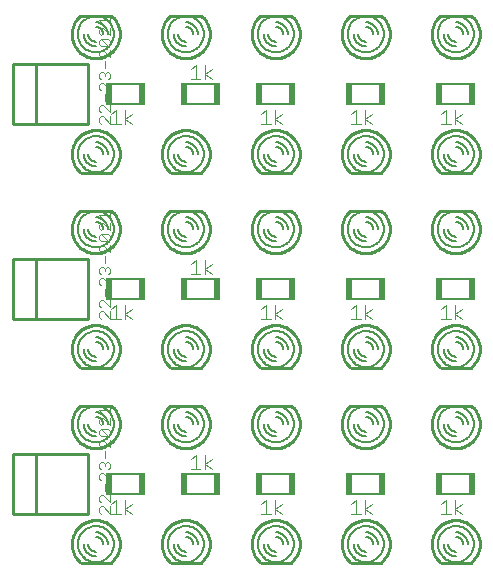
<source format=gto>
G75*
G70*
%OFA0B0*%
%FSLAX24Y24*%
%IPPOS*%
%LPD*%
%AMOC8*
5,1,8,0,0,1.08239X$1,22.5*
%
%ADD10C,0.0100*%
%ADD11C,0.0060*%
%ADD12C,0.0040*%
%ADD13R,0.0230X0.0720*%
D10*
X000883Y004209D02*
X001633Y004209D01*
X001633Y006209D01*
X003383Y006209D01*
X003383Y004209D01*
X001633Y004209D01*
X000883Y004209D02*
X000883Y006209D01*
X001633Y006209D01*
X003133Y007829D02*
X004133Y007829D01*
X004052Y006528D02*
X004004Y006500D01*
X003955Y006476D01*
X003903Y006456D01*
X003851Y006439D01*
X003797Y006426D01*
X003743Y006417D01*
X003688Y006411D01*
X003633Y006409D01*
X004030Y006514D02*
X004078Y006544D01*
X004123Y006577D01*
X004166Y006613D01*
X004207Y006651D01*
X004244Y006693D01*
X004279Y006737D01*
X004310Y006783D01*
X004339Y006832D01*
X004363Y006882D01*
X004384Y006934D01*
X004402Y006988D01*
X004415Y007042D01*
X004425Y007097D01*
X004431Y007153D01*
X004433Y007209D01*
X003633Y006409D02*
X003577Y006411D01*
X003520Y006417D01*
X003465Y006427D01*
X003410Y006441D01*
X003357Y006458D01*
X003304Y006480D01*
X003254Y006505D01*
X002833Y007209D02*
X002835Y007263D01*
X002840Y007316D01*
X002849Y007370D01*
X002862Y007422D01*
X002878Y007473D01*
X002898Y007524D01*
X002920Y007573D01*
X002946Y007620D01*
X002976Y007665D01*
X003008Y007708D01*
X003043Y007749D01*
X003081Y007788D01*
X003121Y007824D01*
X002833Y007210D02*
X002835Y007156D01*
X002840Y007102D01*
X002849Y007049D01*
X002862Y006996D01*
X002878Y006945D01*
X002898Y006895D01*
X002921Y006846D01*
X002947Y006798D01*
X002976Y006753D01*
X003009Y006710D01*
X003044Y006669D01*
X003082Y006630D01*
X003122Y006594D01*
X003165Y006561D01*
X003210Y006531D01*
X003257Y006504D01*
X004433Y007209D02*
X004431Y007262D01*
X004426Y007316D01*
X004417Y007368D01*
X004405Y007420D01*
X004389Y007471D01*
X004370Y007521D01*
X004347Y007570D01*
X004321Y007617D01*
X004293Y007662D01*
X004261Y007705D01*
X004227Y007745D01*
X004189Y007784D01*
X004150Y007820D01*
X004133Y009089D02*
X003133Y009089D01*
X003214Y010390D02*
X003262Y010418D01*
X003311Y010442D01*
X003363Y010462D01*
X003415Y010479D01*
X003469Y010492D01*
X003523Y010501D01*
X003578Y010507D01*
X003633Y010509D01*
X003383Y010709D02*
X001633Y010709D01*
X001633Y012709D01*
X003383Y012709D01*
X003383Y010709D01*
X003236Y010404D02*
X003188Y010374D01*
X003143Y010341D01*
X003100Y010305D01*
X003059Y010267D01*
X003022Y010225D01*
X002987Y010181D01*
X002956Y010135D01*
X002927Y010086D01*
X002903Y010036D01*
X002882Y009984D01*
X002864Y009930D01*
X002851Y009876D01*
X002841Y009821D01*
X002835Y009765D01*
X002833Y009709D01*
X003633Y010509D02*
X003689Y010507D01*
X003746Y010501D01*
X003801Y010491D01*
X003856Y010477D01*
X003909Y010460D01*
X003962Y010438D01*
X004012Y010413D01*
X004433Y009709D02*
X004431Y009655D01*
X004426Y009602D01*
X004417Y009548D01*
X004404Y009496D01*
X004388Y009445D01*
X004368Y009394D01*
X004346Y009345D01*
X004320Y009298D01*
X004290Y009253D01*
X004258Y009210D01*
X004223Y009169D01*
X004185Y009130D01*
X004145Y009094D01*
X004433Y009709D02*
X004431Y009763D01*
X004426Y009817D01*
X004417Y009870D01*
X004404Y009923D01*
X004388Y009974D01*
X004368Y010024D01*
X004345Y010073D01*
X004319Y010121D01*
X004290Y010166D01*
X004257Y010209D01*
X004222Y010250D01*
X004184Y010289D01*
X004144Y010325D01*
X004101Y010358D01*
X004056Y010388D01*
X004009Y010415D01*
X002833Y009709D02*
X002835Y009656D01*
X002840Y009602D01*
X002849Y009550D01*
X002861Y009498D01*
X002877Y009447D01*
X002896Y009397D01*
X002919Y009348D01*
X002945Y009301D01*
X002973Y009256D01*
X003005Y009213D01*
X003039Y009173D01*
X003077Y009134D01*
X003116Y009098D01*
X001633Y010709D02*
X000883Y010709D01*
X000883Y012709D01*
X001633Y012709D01*
X003133Y014329D02*
X004133Y014329D01*
X004052Y013028D02*
X004004Y013000D01*
X003955Y012976D01*
X003903Y012956D01*
X003851Y012939D01*
X003797Y012926D01*
X003743Y012917D01*
X003688Y012911D01*
X003633Y012909D01*
X004030Y013014D02*
X004078Y013044D01*
X004123Y013077D01*
X004166Y013113D01*
X004207Y013151D01*
X004244Y013193D01*
X004279Y013237D01*
X004310Y013283D01*
X004339Y013332D01*
X004363Y013382D01*
X004384Y013434D01*
X004402Y013488D01*
X004415Y013542D01*
X004425Y013597D01*
X004431Y013653D01*
X004433Y013709D01*
X003633Y012909D02*
X003577Y012911D01*
X003520Y012917D01*
X003465Y012927D01*
X003410Y012941D01*
X003357Y012958D01*
X003304Y012980D01*
X003254Y013005D01*
X002833Y013709D02*
X002835Y013763D01*
X002840Y013816D01*
X002849Y013870D01*
X002862Y013922D01*
X002878Y013973D01*
X002898Y014024D01*
X002920Y014073D01*
X002946Y014120D01*
X002976Y014165D01*
X003008Y014208D01*
X003043Y014249D01*
X003081Y014288D01*
X003121Y014324D01*
X002833Y013710D02*
X002835Y013656D01*
X002840Y013602D01*
X002849Y013549D01*
X002862Y013496D01*
X002878Y013445D01*
X002898Y013395D01*
X002921Y013346D01*
X002947Y013298D01*
X002976Y013253D01*
X003009Y013210D01*
X003044Y013169D01*
X003082Y013130D01*
X003122Y013094D01*
X003165Y013061D01*
X003210Y013031D01*
X003257Y013004D01*
X004433Y013709D02*
X004431Y013762D01*
X004426Y013816D01*
X004417Y013868D01*
X004405Y013920D01*
X004389Y013971D01*
X004370Y014021D01*
X004347Y014070D01*
X004321Y014117D01*
X004293Y014162D01*
X004261Y014205D01*
X004227Y014245D01*
X004189Y014284D01*
X004150Y014320D01*
X004133Y015589D02*
X003133Y015589D01*
X003214Y016890D02*
X003262Y016918D01*
X003311Y016942D01*
X003363Y016962D01*
X003415Y016979D01*
X003469Y016992D01*
X003523Y017001D01*
X003578Y017007D01*
X003633Y017009D01*
X003383Y017209D02*
X001633Y017209D01*
X001633Y019209D01*
X003383Y019209D01*
X003383Y017209D01*
X003236Y016904D02*
X003188Y016874D01*
X003143Y016841D01*
X003100Y016805D01*
X003059Y016767D01*
X003022Y016725D01*
X002987Y016681D01*
X002956Y016635D01*
X002927Y016586D01*
X002903Y016536D01*
X002882Y016484D01*
X002864Y016430D01*
X002851Y016376D01*
X002841Y016321D01*
X002835Y016265D01*
X002833Y016209D01*
X003633Y017009D02*
X003689Y017007D01*
X003746Y017001D01*
X003801Y016991D01*
X003856Y016977D01*
X003909Y016960D01*
X003962Y016938D01*
X004012Y016913D01*
X004433Y016209D02*
X004431Y016155D01*
X004426Y016102D01*
X004417Y016048D01*
X004404Y015996D01*
X004388Y015945D01*
X004368Y015894D01*
X004346Y015845D01*
X004320Y015798D01*
X004290Y015753D01*
X004258Y015710D01*
X004223Y015669D01*
X004185Y015630D01*
X004145Y015594D01*
X004433Y016209D02*
X004431Y016263D01*
X004426Y016317D01*
X004417Y016370D01*
X004404Y016423D01*
X004388Y016474D01*
X004368Y016524D01*
X004345Y016573D01*
X004319Y016621D01*
X004290Y016666D01*
X004257Y016709D01*
X004222Y016750D01*
X004184Y016789D01*
X004144Y016825D01*
X004101Y016858D01*
X004056Y016888D01*
X004009Y016915D01*
X002833Y016209D02*
X002835Y016156D01*
X002840Y016102D01*
X002849Y016050D01*
X002861Y015998D01*
X002877Y015947D01*
X002896Y015897D01*
X002919Y015848D01*
X002945Y015801D01*
X002973Y015756D01*
X003005Y015713D01*
X003039Y015673D01*
X003077Y015634D01*
X003116Y015598D01*
X001633Y017209D02*
X000883Y017209D01*
X000883Y019209D01*
X001633Y019209D01*
X003133Y020829D02*
X004133Y020829D01*
X004052Y019528D02*
X004004Y019500D01*
X003955Y019476D01*
X003903Y019456D01*
X003851Y019439D01*
X003797Y019426D01*
X003743Y019417D01*
X003688Y019411D01*
X003633Y019409D01*
X004030Y019514D02*
X004078Y019544D01*
X004123Y019577D01*
X004166Y019613D01*
X004207Y019651D01*
X004244Y019693D01*
X004279Y019737D01*
X004310Y019783D01*
X004339Y019832D01*
X004363Y019882D01*
X004384Y019934D01*
X004402Y019988D01*
X004415Y020042D01*
X004425Y020097D01*
X004431Y020153D01*
X004433Y020209D01*
X003633Y019409D02*
X003577Y019411D01*
X003520Y019417D01*
X003465Y019427D01*
X003410Y019441D01*
X003357Y019458D01*
X003304Y019480D01*
X003254Y019505D01*
X002833Y020209D02*
X002835Y020263D01*
X002840Y020316D01*
X002849Y020370D01*
X002862Y020422D01*
X002878Y020473D01*
X002898Y020524D01*
X002920Y020573D01*
X002946Y020620D01*
X002976Y020665D01*
X003008Y020708D01*
X003043Y020749D01*
X003081Y020788D01*
X003121Y020824D01*
X002833Y020210D02*
X002835Y020156D01*
X002840Y020102D01*
X002849Y020049D01*
X002862Y019996D01*
X002878Y019945D01*
X002898Y019895D01*
X002921Y019846D01*
X002947Y019798D01*
X002976Y019753D01*
X003009Y019710D01*
X003044Y019669D01*
X003082Y019630D01*
X003122Y019594D01*
X003165Y019561D01*
X003210Y019531D01*
X003257Y019504D01*
X004433Y020209D02*
X004431Y020262D01*
X004426Y020316D01*
X004417Y020368D01*
X004405Y020420D01*
X004389Y020471D01*
X004370Y020521D01*
X004347Y020570D01*
X004321Y020617D01*
X004293Y020662D01*
X004261Y020705D01*
X004227Y020745D01*
X004189Y020784D01*
X004150Y020820D01*
X006133Y020829D02*
X007133Y020829D01*
X007052Y019528D02*
X007004Y019500D01*
X006955Y019476D01*
X006903Y019456D01*
X006851Y019439D01*
X006797Y019426D01*
X006743Y019417D01*
X006688Y019411D01*
X006633Y019409D01*
X007030Y019514D02*
X007078Y019544D01*
X007123Y019577D01*
X007166Y019613D01*
X007207Y019651D01*
X007244Y019693D01*
X007279Y019737D01*
X007310Y019783D01*
X007339Y019832D01*
X007363Y019882D01*
X007384Y019934D01*
X007402Y019988D01*
X007415Y020042D01*
X007425Y020097D01*
X007431Y020153D01*
X007433Y020209D01*
X006633Y019409D02*
X006577Y019411D01*
X006520Y019417D01*
X006465Y019427D01*
X006410Y019441D01*
X006357Y019458D01*
X006304Y019480D01*
X006254Y019505D01*
X005833Y020209D02*
X005835Y020263D01*
X005840Y020316D01*
X005849Y020370D01*
X005862Y020422D01*
X005878Y020473D01*
X005898Y020524D01*
X005920Y020573D01*
X005946Y020620D01*
X005976Y020665D01*
X006008Y020708D01*
X006043Y020749D01*
X006081Y020788D01*
X006121Y020824D01*
X005833Y020210D02*
X005835Y020156D01*
X005840Y020102D01*
X005849Y020049D01*
X005862Y019996D01*
X005878Y019945D01*
X005898Y019895D01*
X005921Y019846D01*
X005947Y019798D01*
X005976Y019753D01*
X006009Y019710D01*
X006044Y019669D01*
X006082Y019630D01*
X006122Y019594D01*
X006165Y019561D01*
X006210Y019531D01*
X006257Y019504D01*
X007433Y020209D02*
X007431Y020262D01*
X007426Y020316D01*
X007417Y020368D01*
X007405Y020420D01*
X007389Y020471D01*
X007370Y020521D01*
X007347Y020570D01*
X007321Y020617D01*
X007293Y020662D01*
X007261Y020705D01*
X007227Y020745D01*
X007189Y020784D01*
X007150Y020820D01*
X009133Y020829D02*
X010133Y020829D01*
X010052Y019528D02*
X010004Y019500D01*
X009955Y019476D01*
X009903Y019456D01*
X009851Y019439D01*
X009797Y019426D01*
X009743Y019417D01*
X009688Y019411D01*
X009633Y019409D01*
X010030Y019514D02*
X010078Y019544D01*
X010123Y019577D01*
X010166Y019613D01*
X010207Y019651D01*
X010244Y019693D01*
X010279Y019737D01*
X010310Y019783D01*
X010339Y019832D01*
X010363Y019882D01*
X010384Y019934D01*
X010402Y019988D01*
X010415Y020042D01*
X010425Y020097D01*
X010431Y020153D01*
X010433Y020209D01*
X009633Y019409D02*
X009577Y019411D01*
X009520Y019417D01*
X009465Y019427D01*
X009410Y019441D01*
X009357Y019458D01*
X009304Y019480D01*
X009254Y019505D01*
X008833Y020209D02*
X008835Y020263D01*
X008840Y020316D01*
X008849Y020370D01*
X008862Y020422D01*
X008878Y020473D01*
X008898Y020524D01*
X008920Y020573D01*
X008946Y020620D01*
X008976Y020665D01*
X009008Y020708D01*
X009043Y020749D01*
X009081Y020788D01*
X009121Y020824D01*
X008833Y020210D02*
X008835Y020156D01*
X008840Y020102D01*
X008849Y020049D01*
X008862Y019996D01*
X008878Y019945D01*
X008898Y019895D01*
X008921Y019846D01*
X008947Y019798D01*
X008976Y019753D01*
X009009Y019710D01*
X009044Y019669D01*
X009082Y019630D01*
X009122Y019594D01*
X009165Y019561D01*
X009210Y019531D01*
X009257Y019504D01*
X010433Y020209D02*
X010431Y020262D01*
X010426Y020316D01*
X010417Y020368D01*
X010405Y020420D01*
X010389Y020471D01*
X010370Y020521D01*
X010347Y020570D01*
X010321Y020617D01*
X010293Y020662D01*
X010261Y020705D01*
X010227Y020745D01*
X010189Y020784D01*
X010150Y020820D01*
X012133Y020829D02*
X013133Y020829D01*
X013052Y019528D02*
X013004Y019500D01*
X012955Y019476D01*
X012903Y019456D01*
X012851Y019439D01*
X012797Y019426D01*
X012743Y019417D01*
X012688Y019411D01*
X012633Y019409D01*
X013030Y019514D02*
X013078Y019544D01*
X013123Y019577D01*
X013166Y019613D01*
X013207Y019651D01*
X013244Y019693D01*
X013279Y019737D01*
X013310Y019783D01*
X013339Y019832D01*
X013363Y019882D01*
X013384Y019934D01*
X013402Y019988D01*
X013415Y020042D01*
X013425Y020097D01*
X013431Y020153D01*
X013433Y020209D01*
X012633Y019409D02*
X012577Y019411D01*
X012520Y019417D01*
X012465Y019427D01*
X012410Y019441D01*
X012357Y019458D01*
X012304Y019480D01*
X012254Y019505D01*
X011833Y020209D02*
X011835Y020263D01*
X011840Y020316D01*
X011849Y020370D01*
X011862Y020422D01*
X011878Y020473D01*
X011898Y020524D01*
X011920Y020573D01*
X011946Y020620D01*
X011976Y020665D01*
X012008Y020708D01*
X012043Y020749D01*
X012081Y020788D01*
X012121Y020824D01*
X011833Y020210D02*
X011835Y020156D01*
X011840Y020102D01*
X011849Y020049D01*
X011862Y019996D01*
X011878Y019945D01*
X011898Y019895D01*
X011921Y019846D01*
X011947Y019798D01*
X011976Y019753D01*
X012009Y019710D01*
X012044Y019669D01*
X012082Y019630D01*
X012122Y019594D01*
X012165Y019561D01*
X012210Y019531D01*
X012257Y019504D01*
X013433Y020209D02*
X013431Y020262D01*
X013426Y020316D01*
X013417Y020368D01*
X013405Y020420D01*
X013389Y020471D01*
X013370Y020521D01*
X013347Y020570D01*
X013321Y020617D01*
X013293Y020662D01*
X013261Y020705D01*
X013227Y020745D01*
X013189Y020784D01*
X013150Y020820D01*
X015133Y020829D02*
X016133Y020829D01*
X016052Y019528D02*
X016004Y019500D01*
X015955Y019476D01*
X015903Y019456D01*
X015851Y019439D01*
X015797Y019426D01*
X015743Y019417D01*
X015688Y019411D01*
X015633Y019409D01*
X016030Y019514D02*
X016078Y019544D01*
X016123Y019577D01*
X016166Y019613D01*
X016207Y019651D01*
X016244Y019693D01*
X016279Y019737D01*
X016310Y019783D01*
X016339Y019832D01*
X016363Y019882D01*
X016384Y019934D01*
X016402Y019988D01*
X016415Y020042D01*
X016425Y020097D01*
X016431Y020153D01*
X016433Y020209D01*
X015633Y019409D02*
X015577Y019411D01*
X015520Y019417D01*
X015465Y019427D01*
X015410Y019441D01*
X015357Y019458D01*
X015304Y019480D01*
X015254Y019505D01*
X014833Y020209D02*
X014835Y020263D01*
X014840Y020316D01*
X014849Y020370D01*
X014862Y020422D01*
X014878Y020473D01*
X014898Y020524D01*
X014920Y020573D01*
X014946Y020620D01*
X014976Y020665D01*
X015008Y020708D01*
X015043Y020749D01*
X015081Y020788D01*
X015121Y020824D01*
X014833Y020210D02*
X014835Y020156D01*
X014840Y020102D01*
X014849Y020049D01*
X014862Y019996D01*
X014878Y019945D01*
X014898Y019895D01*
X014921Y019846D01*
X014947Y019798D01*
X014976Y019753D01*
X015009Y019710D01*
X015044Y019669D01*
X015082Y019630D01*
X015122Y019594D01*
X015165Y019561D01*
X015210Y019531D01*
X015257Y019504D01*
X016433Y020209D02*
X016431Y020262D01*
X016426Y020316D01*
X016417Y020368D01*
X016405Y020420D01*
X016389Y020471D01*
X016370Y020521D01*
X016347Y020570D01*
X016321Y020617D01*
X016293Y020662D01*
X016261Y020705D01*
X016227Y020745D01*
X016189Y020784D01*
X016150Y020820D01*
X015236Y016904D02*
X015188Y016874D01*
X015143Y016841D01*
X015100Y016805D01*
X015059Y016767D01*
X015022Y016725D01*
X014987Y016681D01*
X014956Y016635D01*
X014927Y016586D01*
X014903Y016536D01*
X014882Y016484D01*
X014864Y016430D01*
X014851Y016376D01*
X014841Y016321D01*
X014835Y016265D01*
X014833Y016209D01*
X015133Y015589D02*
X016133Y015589D01*
X016433Y016209D02*
X016431Y016263D01*
X016426Y016317D01*
X016417Y016370D01*
X016404Y016423D01*
X016388Y016474D01*
X016368Y016524D01*
X016345Y016573D01*
X016319Y016621D01*
X016290Y016666D01*
X016257Y016709D01*
X016222Y016750D01*
X016184Y016789D01*
X016144Y016825D01*
X016101Y016858D01*
X016056Y016888D01*
X016009Y016915D01*
X016012Y016913D02*
X015962Y016938D01*
X015909Y016960D01*
X015856Y016977D01*
X015801Y016991D01*
X015746Y017001D01*
X015689Y017007D01*
X015633Y017009D01*
X015578Y017007D01*
X015523Y017001D01*
X015469Y016992D01*
X015415Y016979D01*
X015363Y016962D01*
X015311Y016942D01*
X015262Y016918D01*
X015214Y016890D01*
X016433Y016209D02*
X016431Y016155D01*
X016426Y016102D01*
X016417Y016048D01*
X016404Y015996D01*
X016388Y015945D01*
X016368Y015894D01*
X016346Y015845D01*
X016320Y015798D01*
X016290Y015753D01*
X016258Y015710D01*
X016223Y015669D01*
X016185Y015630D01*
X016145Y015594D01*
X015116Y015598D02*
X015077Y015634D01*
X015039Y015673D01*
X015005Y015713D01*
X014973Y015756D01*
X014945Y015801D01*
X014919Y015848D01*
X014896Y015897D01*
X014877Y015947D01*
X014861Y015998D01*
X014849Y016050D01*
X014840Y016102D01*
X014835Y016156D01*
X014833Y016209D01*
X015133Y014329D02*
X016133Y014329D01*
X016052Y013028D02*
X016004Y013000D01*
X015955Y012976D01*
X015903Y012956D01*
X015851Y012939D01*
X015797Y012926D01*
X015743Y012917D01*
X015688Y012911D01*
X015633Y012909D01*
X016030Y013014D02*
X016078Y013044D01*
X016123Y013077D01*
X016166Y013113D01*
X016207Y013151D01*
X016244Y013193D01*
X016279Y013237D01*
X016310Y013283D01*
X016339Y013332D01*
X016363Y013382D01*
X016384Y013434D01*
X016402Y013488D01*
X016415Y013542D01*
X016425Y013597D01*
X016431Y013653D01*
X016433Y013709D01*
X015633Y012909D02*
X015577Y012911D01*
X015520Y012917D01*
X015465Y012927D01*
X015410Y012941D01*
X015357Y012958D01*
X015304Y012980D01*
X015254Y013005D01*
X014833Y013709D02*
X014835Y013763D01*
X014840Y013816D01*
X014849Y013870D01*
X014862Y013922D01*
X014878Y013973D01*
X014898Y014024D01*
X014920Y014073D01*
X014946Y014120D01*
X014976Y014165D01*
X015008Y014208D01*
X015043Y014249D01*
X015081Y014288D01*
X015121Y014324D01*
X014833Y013710D02*
X014835Y013656D01*
X014840Y013602D01*
X014849Y013549D01*
X014862Y013496D01*
X014878Y013445D01*
X014898Y013395D01*
X014921Y013346D01*
X014947Y013298D01*
X014976Y013253D01*
X015009Y013210D01*
X015044Y013169D01*
X015082Y013130D01*
X015122Y013094D01*
X015165Y013061D01*
X015210Y013031D01*
X015257Y013004D01*
X016433Y013709D02*
X016431Y013762D01*
X016426Y013816D01*
X016417Y013868D01*
X016405Y013920D01*
X016389Y013971D01*
X016370Y014021D01*
X016347Y014070D01*
X016321Y014117D01*
X016293Y014162D01*
X016261Y014205D01*
X016227Y014245D01*
X016189Y014284D01*
X016150Y014320D01*
X013133Y014329D02*
X012133Y014329D01*
X011833Y013710D02*
X011835Y013656D01*
X011840Y013602D01*
X011849Y013549D01*
X011862Y013496D01*
X011878Y013445D01*
X011898Y013395D01*
X011921Y013346D01*
X011947Y013298D01*
X011976Y013253D01*
X012009Y013210D01*
X012044Y013169D01*
X012082Y013130D01*
X012122Y013094D01*
X012165Y013061D01*
X012210Y013031D01*
X012257Y013004D01*
X013030Y013014D02*
X013078Y013044D01*
X013123Y013077D01*
X013166Y013113D01*
X013207Y013151D01*
X013244Y013193D01*
X013279Y013237D01*
X013310Y013283D01*
X013339Y013332D01*
X013363Y013382D01*
X013384Y013434D01*
X013402Y013488D01*
X013415Y013542D01*
X013425Y013597D01*
X013431Y013653D01*
X013433Y013709D01*
X013052Y013028D02*
X013004Y013000D01*
X012955Y012976D01*
X012903Y012956D01*
X012851Y012939D01*
X012797Y012926D01*
X012743Y012917D01*
X012688Y012911D01*
X012633Y012909D01*
X012577Y012911D01*
X012520Y012917D01*
X012465Y012927D01*
X012410Y012941D01*
X012357Y012958D01*
X012304Y012980D01*
X012254Y013005D01*
X011833Y013709D02*
X011835Y013763D01*
X011840Y013816D01*
X011849Y013870D01*
X011862Y013922D01*
X011878Y013973D01*
X011898Y014024D01*
X011920Y014073D01*
X011946Y014120D01*
X011976Y014165D01*
X012008Y014208D01*
X012043Y014249D01*
X012081Y014288D01*
X012121Y014324D01*
X013150Y014320D02*
X013189Y014284D01*
X013227Y014245D01*
X013261Y014205D01*
X013293Y014162D01*
X013321Y014117D01*
X013347Y014070D01*
X013370Y014021D01*
X013389Y013971D01*
X013405Y013920D01*
X013417Y013868D01*
X013426Y013816D01*
X013431Y013762D01*
X013433Y013709D01*
X013133Y015589D02*
X012133Y015589D01*
X012214Y016890D02*
X012262Y016918D01*
X012311Y016942D01*
X012363Y016962D01*
X012415Y016979D01*
X012469Y016992D01*
X012523Y017001D01*
X012578Y017007D01*
X012633Y017009D01*
X012236Y016904D02*
X012188Y016874D01*
X012143Y016841D01*
X012100Y016805D01*
X012059Y016767D01*
X012022Y016725D01*
X011987Y016681D01*
X011956Y016635D01*
X011927Y016586D01*
X011903Y016536D01*
X011882Y016484D01*
X011864Y016430D01*
X011851Y016376D01*
X011841Y016321D01*
X011835Y016265D01*
X011833Y016209D01*
X012633Y017009D02*
X012689Y017007D01*
X012746Y017001D01*
X012801Y016991D01*
X012856Y016977D01*
X012909Y016960D01*
X012962Y016938D01*
X013012Y016913D01*
X013433Y016209D02*
X013431Y016155D01*
X013426Y016102D01*
X013417Y016048D01*
X013404Y015996D01*
X013388Y015945D01*
X013368Y015894D01*
X013346Y015845D01*
X013320Y015798D01*
X013290Y015753D01*
X013258Y015710D01*
X013223Y015669D01*
X013185Y015630D01*
X013145Y015594D01*
X013433Y016209D02*
X013431Y016263D01*
X013426Y016317D01*
X013417Y016370D01*
X013404Y016423D01*
X013388Y016474D01*
X013368Y016524D01*
X013345Y016573D01*
X013319Y016621D01*
X013290Y016666D01*
X013257Y016709D01*
X013222Y016750D01*
X013184Y016789D01*
X013144Y016825D01*
X013101Y016858D01*
X013056Y016888D01*
X013009Y016915D01*
X011833Y016209D02*
X011835Y016156D01*
X011840Y016102D01*
X011849Y016050D01*
X011861Y015998D01*
X011877Y015947D01*
X011896Y015897D01*
X011919Y015848D01*
X011945Y015801D01*
X011973Y015756D01*
X012005Y015713D01*
X012039Y015673D01*
X012077Y015634D01*
X012116Y015598D01*
X010133Y015589D02*
X009133Y015589D01*
X009214Y016890D02*
X009262Y016918D01*
X009311Y016942D01*
X009363Y016962D01*
X009415Y016979D01*
X009469Y016992D01*
X009523Y017001D01*
X009578Y017007D01*
X009633Y017009D01*
X009236Y016904D02*
X009188Y016874D01*
X009143Y016841D01*
X009100Y016805D01*
X009059Y016767D01*
X009022Y016725D01*
X008987Y016681D01*
X008956Y016635D01*
X008927Y016586D01*
X008903Y016536D01*
X008882Y016484D01*
X008864Y016430D01*
X008851Y016376D01*
X008841Y016321D01*
X008835Y016265D01*
X008833Y016209D01*
X009633Y017009D02*
X009689Y017007D01*
X009746Y017001D01*
X009801Y016991D01*
X009856Y016977D01*
X009909Y016960D01*
X009962Y016938D01*
X010012Y016913D01*
X010433Y016209D02*
X010431Y016155D01*
X010426Y016102D01*
X010417Y016048D01*
X010404Y015996D01*
X010388Y015945D01*
X010368Y015894D01*
X010346Y015845D01*
X010320Y015798D01*
X010290Y015753D01*
X010258Y015710D01*
X010223Y015669D01*
X010185Y015630D01*
X010145Y015594D01*
X010433Y016209D02*
X010431Y016263D01*
X010426Y016317D01*
X010417Y016370D01*
X010404Y016423D01*
X010388Y016474D01*
X010368Y016524D01*
X010345Y016573D01*
X010319Y016621D01*
X010290Y016666D01*
X010257Y016709D01*
X010222Y016750D01*
X010184Y016789D01*
X010144Y016825D01*
X010101Y016858D01*
X010056Y016888D01*
X010009Y016915D01*
X008833Y016209D02*
X008835Y016156D01*
X008840Y016102D01*
X008849Y016050D01*
X008861Y015998D01*
X008877Y015947D01*
X008896Y015897D01*
X008919Y015848D01*
X008945Y015801D01*
X008973Y015756D01*
X009005Y015713D01*
X009039Y015673D01*
X009077Y015634D01*
X009116Y015598D01*
X009133Y014329D02*
X010133Y014329D01*
X010052Y013028D02*
X010004Y013000D01*
X009955Y012976D01*
X009903Y012956D01*
X009851Y012939D01*
X009797Y012926D01*
X009743Y012917D01*
X009688Y012911D01*
X009633Y012909D01*
X010030Y013014D02*
X010078Y013044D01*
X010123Y013077D01*
X010166Y013113D01*
X010207Y013151D01*
X010244Y013193D01*
X010279Y013237D01*
X010310Y013283D01*
X010339Y013332D01*
X010363Y013382D01*
X010384Y013434D01*
X010402Y013488D01*
X010415Y013542D01*
X010425Y013597D01*
X010431Y013653D01*
X010433Y013709D01*
X009633Y012909D02*
X009577Y012911D01*
X009520Y012917D01*
X009465Y012927D01*
X009410Y012941D01*
X009357Y012958D01*
X009304Y012980D01*
X009254Y013005D01*
X008833Y013709D02*
X008835Y013763D01*
X008840Y013816D01*
X008849Y013870D01*
X008862Y013922D01*
X008878Y013973D01*
X008898Y014024D01*
X008920Y014073D01*
X008946Y014120D01*
X008976Y014165D01*
X009008Y014208D01*
X009043Y014249D01*
X009081Y014288D01*
X009121Y014324D01*
X008833Y013710D02*
X008835Y013656D01*
X008840Y013602D01*
X008849Y013549D01*
X008862Y013496D01*
X008878Y013445D01*
X008898Y013395D01*
X008921Y013346D01*
X008947Y013298D01*
X008976Y013253D01*
X009009Y013210D01*
X009044Y013169D01*
X009082Y013130D01*
X009122Y013094D01*
X009165Y013061D01*
X009210Y013031D01*
X009257Y013004D01*
X010433Y013709D02*
X010431Y013762D01*
X010426Y013816D01*
X010417Y013868D01*
X010405Y013920D01*
X010389Y013971D01*
X010370Y014021D01*
X010347Y014070D01*
X010321Y014117D01*
X010293Y014162D01*
X010261Y014205D01*
X010227Y014245D01*
X010189Y014284D01*
X010150Y014320D01*
X007133Y014329D02*
X006133Y014329D01*
X005833Y013710D02*
X005835Y013656D01*
X005840Y013602D01*
X005849Y013549D01*
X005862Y013496D01*
X005878Y013445D01*
X005898Y013395D01*
X005921Y013346D01*
X005947Y013298D01*
X005976Y013253D01*
X006009Y013210D01*
X006044Y013169D01*
X006082Y013130D01*
X006122Y013094D01*
X006165Y013061D01*
X006210Y013031D01*
X006257Y013004D01*
X007030Y013014D02*
X007078Y013044D01*
X007123Y013077D01*
X007166Y013113D01*
X007207Y013151D01*
X007244Y013193D01*
X007279Y013237D01*
X007310Y013283D01*
X007339Y013332D01*
X007363Y013382D01*
X007384Y013434D01*
X007402Y013488D01*
X007415Y013542D01*
X007425Y013597D01*
X007431Y013653D01*
X007433Y013709D01*
X007052Y013028D02*
X007004Y013000D01*
X006955Y012976D01*
X006903Y012956D01*
X006851Y012939D01*
X006797Y012926D01*
X006743Y012917D01*
X006688Y012911D01*
X006633Y012909D01*
X006577Y012911D01*
X006520Y012917D01*
X006465Y012927D01*
X006410Y012941D01*
X006357Y012958D01*
X006304Y012980D01*
X006254Y013005D01*
X005833Y013709D02*
X005835Y013763D01*
X005840Y013816D01*
X005849Y013870D01*
X005862Y013922D01*
X005878Y013973D01*
X005898Y014024D01*
X005920Y014073D01*
X005946Y014120D01*
X005976Y014165D01*
X006008Y014208D01*
X006043Y014249D01*
X006081Y014288D01*
X006121Y014324D01*
X007150Y014320D02*
X007189Y014284D01*
X007227Y014245D01*
X007261Y014205D01*
X007293Y014162D01*
X007321Y014117D01*
X007347Y014070D01*
X007370Y014021D01*
X007389Y013971D01*
X007405Y013920D01*
X007417Y013868D01*
X007426Y013816D01*
X007431Y013762D01*
X007433Y013709D01*
X007133Y015589D02*
X006133Y015589D01*
X006214Y016890D02*
X006262Y016918D01*
X006311Y016942D01*
X006363Y016962D01*
X006415Y016979D01*
X006469Y016992D01*
X006523Y017001D01*
X006578Y017007D01*
X006633Y017009D01*
X006236Y016904D02*
X006188Y016874D01*
X006143Y016841D01*
X006100Y016805D01*
X006059Y016767D01*
X006022Y016725D01*
X005987Y016681D01*
X005956Y016635D01*
X005927Y016586D01*
X005903Y016536D01*
X005882Y016484D01*
X005864Y016430D01*
X005851Y016376D01*
X005841Y016321D01*
X005835Y016265D01*
X005833Y016209D01*
X006633Y017009D02*
X006689Y017007D01*
X006746Y017001D01*
X006801Y016991D01*
X006856Y016977D01*
X006909Y016960D01*
X006962Y016938D01*
X007012Y016913D01*
X007433Y016209D02*
X007431Y016155D01*
X007426Y016102D01*
X007417Y016048D01*
X007404Y015996D01*
X007388Y015945D01*
X007368Y015894D01*
X007346Y015845D01*
X007320Y015798D01*
X007290Y015753D01*
X007258Y015710D01*
X007223Y015669D01*
X007185Y015630D01*
X007145Y015594D01*
X007433Y016209D02*
X007431Y016263D01*
X007426Y016317D01*
X007417Y016370D01*
X007404Y016423D01*
X007388Y016474D01*
X007368Y016524D01*
X007345Y016573D01*
X007319Y016621D01*
X007290Y016666D01*
X007257Y016709D01*
X007222Y016750D01*
X007184Y016789D01*
X007144Y016825D01*
X007101Y016858D01*
X007056Y016888D01*
X007009Y016915D01*
X005833Y016209D02*
X005835Y016156D01*
X005840Y016102D01*
X005849Y016050D01*
X005861Y015998D01*
X005877Y015947D01*
X005896Y015897D01*
X005919Y015848D01*
X005945Y015801D01*
X005973Y015756D01*
X006005Y015713D01*
X006039Y015673D01*
X006077Y015634D01*
X006116Y015598D01*
X006236Y010404D02*
X006188Y010374D01*
X006143Y010341D01*
X006100Y010305D01*
X006059Y010267D01*
X006022Y010225D01*
X005987Y010181D01*
X005956Y010135D01*
X005927Y010086D01*
X005903Y010036D01*
X005882Y009984D01*
X005864Y009930D01*
X005851Y009876D01*
X005841Y009821D01*
X005835Y009765D01*
X005833Y009709D01*
X006133Y009089D02*
X007133Y009089D01*
X007433Y009709D02*
X007431Y009763D01*
X007426Y009817D01*
X007417Y009870D01*
X007404Y009923D01*
X007388Y009974D01*
X007368Y010024D01*
X007345Y010073D01*
X007319Y010121D01*
X007290Y010166D01*
X007257Y010209D01*
X007222Y010250D01*
X007184Y010289D01*
X007144Y010325D01*
X007101Y010358D01*
X007056Y010388D01*
X007009Y010415D01*
X007012Y010413D02*
X006962Y010438D01*
X006909Y010460D01*
X006856Y010477D01*
X006801Y010491D01*
X006746Y010501D01*
X006689Y010507D01*
X006633Y010509D01*
X006578Y010507D01*
X006523Y010501D01*
X006469Y010492D01*
X006415Y010479D01*
X006363Y010462D01*
X006311Y010442D01*
X006262Y010418D01*
X006214Y010390D01*
X007433Y009709D02*
X007431Y009655D01*
X007426Y009602D01*
X007417Y009548D01*
X007404Y009496D01*
X007388Y009445D01*
X007368Y009394D01*
X007346Y009345D01*
X007320Y009298D01*
X007290Y009253D01*
X007258Y009210D01*
X007223Y009169D01*
X007185Y009130D01*
X007145Y009094D01*
X006116Y009098D02*
X006077Y009134D01*
X006039Y009173D01*
X006005Y009213D01*
X005973Y009256D01*
X005945Y009301D01*
X005919Y009348D01*
X005896Y009397D01*
X005877Y009447D01*
X005861Y009498D01*
X005849Y009550D01*
X005840Y009602D01*
X005835Y009656D01*
X005833Y009709D01*
X006133Y007829D02*
X007133Y007829D01*
X007052Y006528D02*
X007004Y006500D01*
X006955Y006476D01*
X006903Y006456D01*
X006851Y006439D01*
X006797Y006426D01*
X006743Y006417D01*
X006688Y006411D01*
X006633Y006409D01*
X007030Y006514D02*
X007078Y006544D01*
X007123Y006577D01*
X007166Y006613D01*
X007207Y006651D01*
X007244Y006693D01*
X007279Y006737D01*
X007310Y006783D01*
X007339Y006832D01*
X007363Y006882D01*
X007384Y006934D01*
X007402Y006988D01*
X007415Y007042D01*
X007425Y007097D01*
X007431Y007153D01*
X007433Y007209D01*
X006633Y006409D02*
X006577Y006411D01*
X006520Y006417D01*
X006465Y006427D01*
X006410Y006441D01*
X006357Y006458D01*
X006304Y006480D01*
X006254Y006505D01*
X005833Y007209D02*
X005835Y007263D01*
X005840Y007316D01*
X005849Y007370D01*
X005862Y007422D01*
X005878Y007473D01*
X005898Y007524D01*
X005920Y007573D01*
X005946Y007620D01*
X005976Y007665D01*
X006008Y007708D01*
X006043Y007749D01*
X006081Y007788D01*
X006121Y007824D01*
X005833Y007210D02*
X005835Y007156D01*
X005840Y007102D01*
X005849Y007049D01*
X005862Y006996D01*
X005878Y006945D01*
X005898Y006895D01*
X005921Y006846D01*
X005947Y006798D01*
X005976Y006753D01*
X006009Y006710D01*
X006044Y006669D01*
X006082Y006630D01*
X006122Y006594D01*
X006165Y006561D01*
X006210Y006531D01*
X006257Y006504D01*
X007433Y007209D02*
X007431Y007262D01*
X007426Y007316D01*
X007417Y007368D01*
X007405Y007420D01*
X007389Y007471D01*
X007370Y007521D01*
X007347Y007570D01*
X007321Y007617D01*
X007293Y007662D01*
X007261Y007705D01*
X007227Y007745D01*
X007189Y007784D01*
X007150Y007820D01*
X009133Y007829D02*
X010133Y007829D01*
X010052Y006528D02*
X010004Y006500D01*
X009955Y006476D01*
X009903Y006456D01*
X009851Y006439D01*
X009797Y006426D01*
X009743Y006417D01*
X009688Y006411D01*
X009633Y006409D01*
X010030Y006514D02*
X010078Y006544D01*
X010123Y006577D01*
X010166Y006613D01*
X010207Y006651D01*
X010244Y006693D01*
X010279Y006737D01*
X010310Y006783D01*
X010339Y006832D01*
X010363Y006882D01*
X010384Y006934D01*
X010402Y006988D01*
X010415Y007042D01*
X010425Y007097D01*
X010431Y007153D01*
X010433Y007209D01*
X009633Y006409D02*
X009577Y006411D01*
X009520Y006417D01*
X009465Y006427D01*
X009410Y006441D01*
X009357Y006458D01*
X009304Y006480D01*
X009254Y006505D01*
X008833Y007209D02*
X008835Y007263D01*
X008840Y007316D01*
X008849Y007370D01*
X008862Y007422D01*
X008878Y007473D01*
X008898Y007524D01*
X008920Y007573D01*
X008946Y007620D01*
X008976Y007665D01*
X009008Y007708D01*
X009043Y007749D01*
X009081Y007788D01*
X009121Y007824D01*
X008833Y007210D02*
X008835Y007156D01*
X008840Y007102D01*
X008849Y007049D01*
X008862Y006996D01*
X008878Y006945D01*
X008898Y006895D01*
X008921Y006846D01*
X008947Y006798D01*
X008976Y006753D01*
X009009Y006710D01*
X009044Y006669D01*
X009082Y006630D01*
X009122Y006594D01*
X009165Y006561D01*
X009210Y006531D01*
X009257Y006504D01*
X010433Y007209D02*
X010431Y007262D01*
X010426Y007316D01*
X010417Y007368D01*
X010405Y007420D01*
X010389Y007471D01*
X010370Y007521D01*
X010347Y007570D01*
X010321Y007617D01*
X010293Y007662D01*
X010261Y007705D01*
X010227Y007745D01*
X010189Y007784D01*
X010150Y007820D01*
X010133Y009089D02*
X009133Y009089D01*
X009214Y010390D02*
X009262Y010418D01*
X009311Y010442D01*
X009363Y010462D01*
X009415Y010479D01*
X009469Y010492D01*
X009523Y010501D01*
X009578Y010507D01*
X009633Y010509D01*
X009236Y010404D02*
X009188Y010374D01*
X009143Y010341D01*
X009100Y010305D01*
X009059Y010267D01*
X009022Y010225D01*
X008987Y010181D01*
X008956Y010135D01*
X008927Y010086D01*
X008903Y010036D01*
X008882Y009984D01*
X008864Y009930D01*
X008851Y009876D01*
X008841Y009821D01*
X008835Y009765D01*
X008833Y009709D01*
X009633Y010509D02*
X009689Y010507D01*
X009746Y010501D01*
X009801Y010491D01*
X009856Y010477D01*
X009909Y010460D01*
X009962Y010438D01*
X010012Y010413D01*
X010433Y009709D02*
X010431Y009655D01*
X010426Y009602D01*
X010417Y009548D01*
X010404Y009496D01*
X010388Y009445D01*
X010368Y009394D01*
X010346Y009345D01*
X010320Y009298D01*
X010290Y009253D01*
X010258Y009210D01*
X010223Y009169D01*
X010185Y009130D01*
X010145Y009094D01*
X010433Y009709D02*
X010431Y009763D01*
X010426Y009817D01*
X010417Y009870D01*
X010404Y009923D01*
X010388Y009974D01*
X010368Y010024D01*
X010345Y010073D01*
X010319Y010121D01*
X010290Y010166D01*
X010257Y010209D01*
X010222Y010250D01*
X010184Y010289D01*
X010144Y010325D01*
X010101Y010358D01*
X010056Y010388D01*
X010009Y010415D01*
X008833Y009709D02*
X008835Y009656D01*
X008840Y009602D01*
X008849Y009550D01*
X008861Y009498D01*
X008877Y009447D01*
X008896Y009397D01*
X008919Y009348D01*
X008945Y009301D01*
X008973Y009256D01*
X009005Y009213D01*
X009039Y009173D01*
X009077Y009134D01*
X009116Y009098D01*
X012133Y009089D02*
X013133Y009089D01*
X013433Y009709D02*
X013431Y009763D01*
X013426Y009817D01*
X013417Y009870D01*
X013404Y009923D01*
X013388Y009974D01*
X013368Y010024D01*
X013345Y010073D01*
X013319Y010121D01*
X013290Y010166D01*
X013257Y010209D01*
X013222Y010250D01*
X013184Y010289D01*
X013144Y010325D01*
X013101Y010358D01*
X013056Y010388D01*
X013009Y010415D01*
X012236Y010404D02*
X012188Y010374D01*
X012143Y010341D01*
X012100Y010305D01*
X012059Y010267D01*
X012022Y010225D01*
X011987Y010181D01*
X011956Y010135D01*
X011927Y010086D01*
X011903Y010036D01*
X011882Y009984D01*
X011864Y009930D01*
X011851Y009876D01*
X011841Y009821D01*
X011835Y009765D01*
X011833Y009709D01*
X012214Y010390D02*
X012262Y010418D01*
X012311Y010442D01*
X012363Y010462D01*
X012415Y010479D01*
X012469Y010492D01*
X012523Y010501D01*
X012578Y010507D01*
X012633Y010509D01*
X012689Y010507D01*
X012746Y010501D01*
X012801Y010491D01*
X012856Y010477D01*
X012909Y010460D01*
X012962Y010438D01*
X013012Y010413D01*
X013433Y009709D02*
X013431Y009655D01*
X013426Y009602D01*
X013417Y009548D01*
X013404Y009496D01*
X013388Y009445D01*
X013368Y009394D01*
X013346Y009345D01*
X013320Y009298D01*
X013290Y009253D01*
X013258Y009210D01*
X013223Y009169D01*
X013185Y009130D01*
X013145Y009094D01*
X012116Y009098D02*
X012077Y009134D01*
X012039Y009173D01*
X012005Y009213D01*
X011973Y009256D01*
X011945Y009301D01*
X011919Y009348D01*
X011896Y009397D01*
X011877Y009447D01*
X011861Y009498D01*
X011849Y009550D01*
X011840Y009602D01*
X011835Y009656D01*
X011833Y009709D01*
X012133Y007829D02*
X013133Y007829D01*
X013052Y006528D02*
X013004Y006500D01*
X012955Y006476D01*
X012903Y006456D01*
X012851Y006439D01*
X012797Y006426D01*
X012743Y006417D01*
X012688Y006411D01*
X012633Y006409D01*
X013030Y006514D02*
X013078Y006544D01*
X013123Y006577D01*
X013166Y006613D01*
X013207Y006651D01*
X013244Y006693D01*
X013279Y006737D01*
X013310Y006783D01*
X013339Y006832D01*
X013363Y006882D01*
X013384Y006934D01*
X013402Y006988D01*
X013415Y007042D01*
X013425Y007097D01*
X013431Y007153D01*
X013433Y007209D01*
X012633Y006409D02*
X012577Y006411D01*
X012520Y006417D01*
X012465Y006427D01*
X012410Y006441D01*
X012357Y006458D01*
X012304Y006480D01*
X012254Y006505D01*
X011833Y007209D02*
X011835Y007263D01*
X011840Y007316D01*
X011849Y007370D01*
X011862Y007422D01*
X011878Y007473D01*
X011898Y007524D01*
X011920Y007573D01*
X011946Y007620D01*
X011976Y007665D01*
X012008Y007708D01*
X012043Y007749D01*
X012081Y007788D01*
X012121Y007824D01*
X011833Y007210D02*
X011835Y007156D01*
X011840Y007102D01*
X011849Y007049D01*
X011862Y006996D01*
X011878Y006945D01*
X011898Y006895D01*
X011921Y006846D01*
X011947Y006798D01*
X011976Y006753D01*
X012009Y006710D01*
X012044Y006669D01*
X012082Y006630D01*
X012122Y006594D01*
X012165Y006561D01*
X012210Y006531D01*
X012257Y006504D01*
X013433Y007209D02*
X013431Y007262D01*
X013426Y007316D01*
X013417Y007368D01*
X013405Y007420D01*
X013389Y007471D01*
X013370Y007521D01*
X013347Y007570D01*
X013321Y007617D01*
X013293Y007662D01*
X013261Y007705D01*
X013227Y007745D01*
X013189Y007784D01*
X013150Y007820D01*
X015133Y007829D02*
X016133Y007829D01*
X016052Y006528D02*
X016004Y006500D01*
X015955Y006476D01*
X015903Y006456D01*
X015851Y006439D01*
X015797Y006426D01*
X015743Y006417D01*
X015688Y006411D01*
X015633Y006409D01*
X016030Y006514D02*
X016078Y006544D01*
X016123Y006577D01*
X016166Y006613D01*
X016207Y006651D01*
X016244Y006693D01*
X016279Y006737D01*
X016310Y006783D01*
X016339Y006832D01*
X016363Y006882D01*
X016384Y006934D01*
X016402Y006988D01*
X016415Y007042D01*
X016425Y007097D01*
X016431Y007153D01*
X016433Y007209D01*
X015633Y006409D02*
X015577Y006411D01*
X015520Y006417D01*
X015465Y006427D01*
X015410Y006441D01*
X015357Y006458D01*
X015304Y006480D01*
X015254Y006505D01*
X014833Y007209D02*
X014835Y007263D01*
X014840Y007316D01*
X014849Y007370D01*
X014862Y007422D01*
X014878Y007473D01*
X014898Y007524D01*
X014920Y007573D01*
X014946Y007620D01*
X014976Y007665D01*
X015008Y007708D01*
X015043Y007749D01*
X015081Y007788D01*
X015121Y007824D01*
X014833Y007210D02*
X014835Y007156D01*
X014840Y007102D01*
X014849Y007049D01*
X014862Y006996D01*
X014878Y006945D01*
X014898Y006895D01*
X014921Y006846D01*
X014947Y006798D01*
X014976Y006753D01*
X015009Y006710D01*
X015044Y006669D01*
X015082Y006630D01*
X015122Y006594D01*
X015165Y006561D01*
X015210Y006531D01*
X015257Y006504D01*
X016433Y007209D02*
X016431Y007262D01*
X016426Y007316D01*
X016417Y007368D01*
X016405Y007420D01*
X016389Y007471D01*
X016370Y007521D01*
X016347Y007570D01*
X016321Y007617D01*
X016293Y007662D01*
X016261Y007705D01*
X016227Y007745D01*
X016189Y007784D01*
X016150Y007820D01*
X016133Y009089D02*
X015133Y009089D01*
X015214Y010390D02*
X015262Y010418D01*
X015311Y010442D01*
X015363Y010462D01*
X015415Y010479D01*
X015469Y010492D01*
X015523Y010501D01*
X015578Y010507D01*
X015633Y010509D01*
X015236Y010404D02*
X015188Y010374D01*
X015143Y010341D01*
X015100Y010305D01*
X015059Y010267D01*
X015022Y010225D01*
X014987Y010181D01*
X014956Y010135D01*
X014927Y010086D01*
X014903Y010036D01*
X014882Y009984D01*
X014864Y009930D01*
X014851Y009876D01*
X014841Y009821D01*
X014835Y009765D01*
X014833Y009709D01*
X015633Y010509D02*
X015689Y010507D01*
X015746Y010501D01*
X015801Y010491D01*
X015856Y010477D01*
X015909Y010460D01*
X015962Y010438D01*
X016012Y010413D01*
X016433Y009709D02*
X016431Y009655D01*
X016426Y009602D01*
X016417Y009548D01*
X016404Y009496D01*
X016388Y009445D01*
X016368Y009394D01*
X016346Y009345D01*
X016320Y009298D01*
X016290Y009253D01*
X016258Y009210D01*
X016223Y009169D01*
X016185Y009130D01*
X016145Y009094D01*
X016433Y009709D02*
X016431Y009763D01*
X016426Y009817D01*
X016417Y009870D01*
X016404Y009923D01*
X016388Y009974D01*
X016368Y010024D01*
X016345Y010073D01*
X016319Y010121D01*
X016290Y010166D01*
X016257Y010209D01*
X016222Y010250D01*
X016184Y010289D01*
X016144Y010325D01*
X016101Y010358D01*
X016056Y010388D01*
X016009Y010415D01*
X014833Y009709D02*
X014835Y009656D01*
X014840Y009602D01*
X014849Y009550D01*
X014861Y009498D01*
X014877Y009447D01*
X014896Y009397D01*
X014919Y009348D01*
X014945Y009301D01*
X014973Y009256D01*
X015005Y009213D01*
X015039Y009173D01*
X015077Y009134D01*
X015116Y009098D01*
X015236Y003904D02*
X015188Y003874D01*
X015143Y003841D01*
X015100Y003805D01*
X015059Y003767D01*
X015022Y003725D01*
X014987Y003681D01*
X014956Y003635D01*
X014927Y003586D01*
X014903Y003536D01*
X014882Y003484D01*
X014864Y003430D01*
X014851Y003376D01*
X014841Y003321D01*
X014835Y003265D01*
X014833Y003209D01*
X015133Y002589D02*
X016133Y002589D01*
X016433Y003209D02*
X016431Y003263D01*
X016426Y003317D01*
X016417Y003370D01*
X016404Y003423D01*
X016388Y003474D01*
X016368Y003524D01*
X016345Y003573D01*
X016319Y003621D01*
X016290Y003666D01*
X016257Y003709D01*
X016222Y003750D01*
X016184Y003789D01*
X016144Y003825D01*
X016101Y003858D01*
X016056Y003888D01*
X016009Y003915D01*
X016012Y003913D02*
X015962Y003938D01*
X015909Y003960D01*
X015856Y003977D01*
X015801Y003991D01*
X015746Y004001D01*
X015689Y004007D01*
X015633Y004009D01*
X015578Y004007D01*
X015523Y004001D01*
X015469Y003992D01*
X015415Y003979D01*
X015363Y003962D01*
X015311Y003942D01*
X015262Y003918D01*
X015214Y003890D01*
X016433Y003209D02*
X016431Y003155D01*
X016426Y003102D01*
X016417Y003048D01*
X016404Y002996D01*
X016388Y002945D01*
X016368Y002894D01*
X016346Y002845D01*
X016320Y002798D01*
X016290Y002753D01*
X016258Y002710D01*
X016223Y002669D01*
X016185Y002630D01*
X016145Y002594D01*
X015116Y002598D02*
X015077Y002634D01*
X015039Y002673D01*
X015005Y002713D01*
X014973Y002756D01*
X014945Y002801D01*
X014919Y002848D01*
X014896Y002897D01*
X014877Y002947D01*
X014861Y002998D01*
X014849Y003050D01*
X014840Y003102D01*
X014835Y003156D01*
X014833Y003209D01*
X013133Y002589D02*
X012133Y002589D01*
X012214Y003890D02*
X012262Y003918D01*
X012311Y003942D01*
X012363Y003962D01*
X012415Y003979D01*
X012469Y003992D01*
X012523Y004001D01*
X012578Y004007D01*
X012633Y004009D01*
X012236Y003904D02*
X012188Y003874D01*
X012143Y003841D01*
X012100Y003805D01*
X012059Y003767D01*
X012022Y003725D01*
X011987Y003681D01*
X011956Y003635D01*
X011927Y003586D01*
X011903Y003536D01*
X011882Y003484D01*
X011864Y003430D01*
X011851Y003376D01*
X011841Y003321D01*
X011835Y003265D01*
X011833Y003209D01*
X012633Y004009D02*
X012689Y004007D01*
X012746Y004001D01*
X012801Y003991D01*
X012856Y003977D01*
X012909Y003960D01*
X012962Y003938D01*
X013012Y003913D01*
X013433Y003209D02*
X013431Y003155D01*
X013426Y003102D01*
X013417Y003048D01*
X013404Y002996D01*
X013388Y002945D01*
X013368Y002894D01*
X013346Y002845D01*
X013320Y002798D01*
X013290Y002753D01*
X013258Y002710D01*
X013223Y002669D01*
X013185Y002630D01*
X013145Y002594D01*
X013433Y003209D02*
X013431Y003263D01*
X013426Y003317D01*
X013417Y003370D01*
X013404Y003423D01*
X013388Y003474D01*
X013368Y003524D01*
X013345Y003573D01*
X013319Y003621D01*
X013290Y003666D01*
X013257Y003709D01*
X013222Y003750D01*
X013184Y003789D01*
X013144Y003825D01*
X013101Y003858D01*
X013056Y003888D01*
X013009Y003915D01*
X011833Y003209D02*
X011835Y003156D01*
X011840Y003102D01*
X011849Y003050D01*
X011861Y002998D01*
X011877Y002947D01*
X011896Y002897D01*
X011919Y002848D01*
X011945Y002801D01*
X011973Y002756D01*
X012005Y002713D01*
X012039Y002673D01*
X012077Y002634D01*
X012116Y002598D01*
X010133Y002589D02*
X009133Y002589D01*
X009214Y003890D02*
X009262Y003918D01*
X009311Y003942D01*
X009363Y003962D01*
X009415Y003979D01*
X009469Y003992D01*
X009523Y004001D01*
X009578Y004007D01*
X009633Y004009D01*
X009236Y003904D02*
X009188Y003874D01*
X009143Y003841D01*
X009100Y003805D01*
X009059Y003767D01*
X009022Y003725D01*
X008987Y003681D01*
X008956Y003635D01*
X008927Y003586D01*
X008903Y003536D01*
X008882Y003484D01*
X008864Y003430D01*
X008851Y003376D01*
X008841Y003321D01*
X008835Y003265D01*
X008833Y003209D01*
X009633Y004009D02*
X009689Y004007D01*
X009746Y004001D01*
X009801Y003991D01*
X009856Y003977D01*
X009909Y003960D01*
X009962Y003938D01*
X010012Y003913D01*
X010433Y003209D02*
X010431Y003155D01*
X010426Y003102D01*
X010417Y003048D01*
X010404Y002996D01*
X010388Y002945D01*
X010368Y002894D01*
X010346Y002845D01*
X010320Y002798D01*
X010290Y002753D01*
X010258Y002710D01*
X010223Y002669D01*
X010185Y002630D01*
X010145Y002594D01*
X010433Y003209D02*
X010431Y003263D01*
X010426Y003317D01*
X010417Y003370D01*
X010404Y003423D01*
X010388Y003474D01*
X010368Y003524D01*
X010345Y003573D01*
X010319Y003621D01*
X010290Y003666D01*
X010257Y003709D01*
X010222Y003750D01*
X010184Y003789D01*
X010144Y003825D01*
X010101Y003858D01*
X010056Y003888D01*
X010009Y003915D01*
X008833Y003209D02*
X008835Y003156D01*
X008840Y003102D01*
X008849Y003050D01*
X008861Y002998D01*
X008877Y002947D01*
X008896Y002897D01*
X008919Y002848D01*
X008945Y002801D01*
X008973Y002756D01*
X009005Y002713D01*
X009039Y002673D01*
X009077Y002634D01*
X009116Y002598D01*
X007133Y002589D02*
X006133Y002589D01*
X006214Y003890D02*
X006262Y003918D01*
X006311Y003942D01*
X006363Y003962D01*
X006415Y003979D01*
X006469Y003992D01*
X006523Y004001D01*
X006578Y004007D01*
X006633Y004009D01*
X006236Y003904D02*
X006188Y003874D01*
X006143Y003841D01*
X006100Y003805D01*
X006059Y003767D01*
X006022Y003725D01*
X005987Y003681D01*
X005956Y003635D01*
X005927Y003586D01*
X005903Y003536D01*
X005882Y003484D01*
X005864Y003430D01*
X005851Y003376D01*
X005841Y003321D01*
X005835Y003265D01*
X005833Y003209D01*
X006633Y004009D02*
X006689Y004007D01*
X006746Y004001D01*
X006801Y003991D01*
X006856Y003977D01*
X006909Y003960D01*
X006962Y003938D01*
X007012Y003913D01*
X007433Y003209D02*
X007431Y003155D01*
X007426Y003102D01*
X007417Y003048D01*
X007404Y002996D01*
X007388Y002945D01*
X007368Y002894D01*
X007346Y002845D01*
X007320Y002798D01*
X007290Y002753D01*
X007258Y002710D01*
X007223Y002669D01*
X007185Y002630D01*
X007145Y002594D01*
X007433Y003209D02*
X007431Y003263D01*
X007426Y003317D01*
X007417Y003370D01*
X007404Y003423D01*
X007388Y003474D01*
X007368Y003524D01*
X007345Y003573D01*
X007319Y003621D01*
X007290Y003666D01*
X007257Y003709D01*
X007222Y003750D01*
X007184Y003789D01*
X007144Y003825D01*
X007101Y003858D01*
X007056Y003888D01*
X007009Y003915D01*
X005833Y003209D02*
X005835Y003156D01*
X005840Y003102D01*
X005849Y003050D01*
X005861Y002998D01*
X005877Y002947D01*
X005896Y002897D01*
X005919Y002848D01*
X005945Y002801D01*
X005973Y002756D01*
X006005Y002713D01*
X006039Y002673D01*
X006077Y002634D01*
X006116Y002598D01*
X004133Y002589D02*
X003133Y002589D01*
X003214Y003890D02*
X003262Y003918D01*
X003311Y003942D01*
X003363Y003962D01*
X003415Y003979D01*
X003469Y003992D01*
X003523Y004001D01*
X003578Y004007D01*
X003633Y004009D01*
X003236Y003904D02*
X003188Y003874D01*
X003143Y003841D01*
X003100Y003805D01*
X003059Y003767D01*
X003022Y003725D01*
X002987Y003681D01*
X002956Y003635D01*
X002927Y003586D01*
X002903Y003536D01*
X002882Y003484D01*
X002864Y003430D01*
X002851Y003376D01*
X002841Y003321D01*
X002835Y003265D01*
X002833Y003209D01*
X003633Y004009D02*
X003689Y004007D01*
X003746Y004001D01*
X003801Y003991D01*
X003856Y003977D01*
X003909Y003960D01*
X003962Y003938D01*
X004012Y003913D01*
X004433Y003209D02*
X004431Y003155D01*
X004426Y003102D01*
X004417Y003048D01*
X004404Y002996D01*
X004388Y002945D01*
X004368Y002894D01*
X004346Y002845D01*
X004320Y002798D01*
X004290Y002753D01*
X004258Y002710D01*
X004223Y002669D01*
X004185Y002630D01*
X004145Y002594D01*
X004433Y003209D02*
X004431Y003263D01*
X004426Y003317D01*
X004417Y003370D01*
X004404Y003423D01*
X004388Y003474D01*
X004368Y003524D01*
X004345Y003573D01*
X004319Y003621D01*
X004290Y003666D01*
X004257Y003709D01*
X004222Y003750D01*
X004184Y003789D01*
X004144Y003825D01*
X004101Y003858D01*
X004056Y003888D01*
X004009Y003915D01*
X002833Y003209D02*
X002835Y003156D01*
X002840Y003102D01*
X002849Y003050D01*
X002861Y002998D01*
X002877Y002947D01*
X002896Y002897D01*
X002919Y002848D01*
X002945Y002801D01*
X002973Y002756D01*
X003005Y002713D01*
X003039Y002673D01*
X003077Y002634D01*
X003116Y002598D01*
D11*
X003234Y003657D02*
X003272Y003688D01*
X003312Y003716D01*
X003354Y003740D01*
X003397Y003761D01*
X003443Y003778D01*
X003489Y003791D01*
X003537Y003801D01*
X003585Y003807D01*
X003633Y003809D01*
X004233Y003209D02*
X004231Y003162D01*
X004225Y003114D01*
X004216Y003068D01*
X004203Y003022D01*
X004187Y002978D01*
X004166Y002934D01*
X004143Y002893D01*
X004117Y002854D01*
X004087Y002817D01*
X004054Y002782D01*
X004019Y002750D01*
X003982Y002721D01*
X003033Y003209D02*
X003035Y003254D01*
X003040Y003300D01*
X003048Y003344D01*
X003060Y003388D01*
X003076Y003431D01*
X003094Y003473D01*
X003116Y003513D01*
X003140Y003551D01*
X003167Y003587D01*
X003197Y003622D01*
X003230Y003653D01*
X003265Y003683D01*
X003633Y002609D02*
X003680Y002611D01*
X003727Y002616D01*
X003773Y002626D01*
X003819Y002639D01*
X003863Y002655D01*
X003906Y002675D01*
X003947Y002698D01*
X003986Y002724D01*
X004023Y002753D01*
X003633Y002609D02*
X003587Y002611D01*
X003541Y002616D01*
X003495Y002625D01*
X003451Y002637D01*
X003407Y002653D01*
X003365Y002672D01*
X003324Y002694D01*
X003286Y002720D01*
X003249Y002748D01*
X004233Y003209D02*
X004231Y003255D01*
X004226Y003301D01*
X004217Y003347D01*
X004205Y003392D01*
X004189Y003435D01*
X004170Y003477D01*
X004147Y003518D01*
X004122Y003557D01*
X004094Y003593D01*
X004063Y003628D01*
X004029Y003660D01*
X003993Y003689D01*
X003033Y003209D02*
X003035Y003164D01*
X003040Y003118D01*
X003048Y003074D01*
X003060Y003030D01*
X003076Y002987D01*
X003094Y002945D01*
X003116Y002905D01*
X003140Y002867D01*
X003167Y002831D01*
X003197Y002796D01*
X003230Y002765D01*
X003265Y002735D01*
X003633Y003809D02*
X003679Y003807D01*
X003725Y003802D01*
X003771Y003793D01*
X003815Y003781D01*
X003859Y003765D01*
X003901Y003746D01*
X003942Y003724D01*
X003980Y003698D01*
X004017Y003670D01*
X003233Y003209D02*
X003235Y003170D01*
X003241Y003131D01*
X003250Y003093D01*
X003263Y003056D01*
X003280Y003020D01*
X003300Y002987D01*
X003324Y002955D01*
X003350Y002926D01*
X003379Y002900D01*
X003411Y002876D01*
X003444Y002856D01*
X003480Y002839D01*
X003517Y002826D01*
X003555Y002817D01*
X003594Y002811D01*
X003633Y002809D01*
X003633Y002959D02*
X003603Y002961D01*
X003573Y002966D01*
X003544Y002975D01*
X003517Y002988D01*
X003491Y003003D01*
X003467Y003022D01*
X003446Y003043D01*
X003427Y003067D01*
X003412Y003093D01*
X003399Y003120D01*
X003390Y003149D01*
X003385Y003179D01*
X003383Y003209D01*
X003633Y003609D02*
X003672Y003607D01*
X003711Y003601D01*
X003749Y003592D01*
X003786Y003579D01*
X003822Y003562D01*
X003855Y003542D01*
X003887Y003518D01*
X003916Y003492D01*
X003942Y003463D01*
X003966Y003431D01*
X003986Y003398D01*
X004003Y003362D01*
X004016Y003325D01*
X004025Y003287D01*
X004031Y003248D01*
X004033Y003209D01*
X003883Y003209D02*
X003881Y003239D01*
X003876Y003269D01*
X003867Y003298D01*
X003854Y003325D01*
X003839Y003351D01*
X003820Y003375D01*
X003799Y003396D01*
X003775Y003415D01*
X003749Y003430D01*
X003722Y003443D01*
X003693Y003452D01*
X003663Y003457D01*
X003633Y003459D01*
X004183Y004879D02*
X005083Y004879D01*
X005083Y005539D02*
X004183Y005539D01*
X003033Y007209D02*
X003035Y007256D01*
X003041Y007304D01*
X003050Y007350D01*
X003063Y007396D01*
X003079Y007440D01*
X003100Y007484D01*
X003123Y007525D01*
X003149Y007564D01*
X003179Y007601D01*
X003212Y007636D01*
X003247Y007668D01*
X003284Y007697D01*
X004233Y007209D02*
X004231Y007164D01*
X004226Y007118D01*
X004218Y007074D01*
X004206Y007030D01*
X004190Y006987D01*
X004172Y006945D01*
X004150Y006905D01*
X004126Y006867D01*
X004099Y006831D01*
X004069Y006796D01*
X004036Y006765D01*
X004001Y006735D01*
X004032Y006761D02*
X003994Y006730D01*
X003954Y006702D01*
X003912Y006678D01*
X003869Y006657D01*
X003823Y006640D01*
X003777Y006627D01*
X003729Y006617D01*
X003681Y006611D01*
X003633Y006609D01*
X004233Y007209D02*
X004231Y007254D01*
X004226Y007300D01*
X004218Y007344D01*
X004206Y007388D01*
X004190Y007431D01*
X004172Y007473D01*
X004150Y007513D01*
X004126Y007551D01*
X004099Y007587D01*
X004069Y007622D01*
X004036Y007653D01*
X004001Y007683D01*
X003633Y007809D02*
X003586Y007807D01*
X003539Y007802D01*
X003493Y007792D01*
X003447Y007779D01*
X003403Y007763D01*
X003360Y007743D01*
X003319Y007720D01*
X003280Y007694D01*
X003243Y007665D01*
X003633Y007809D02*
X003679Y007807D01*
X003725Y007802D01*
X003771Y007793D01*
X003815Y007781D01*
X003859Y007765D01*
X003901Y007746D01*
X003942Y007724D01*
X003980Y007698D01*
X004017Y007670D01*
X003633Y007609D02*
X003672Y007607D01*
X003711Y007601D01*
X003749Y007592D01*
X003786Y007579D01*
X003822Y007562D01*
X003855Y007542D01*
X003887Y007518D01*
X003916Y007492D01*
X003942Y007463D01*
X003966Y007431D01*
X003986Y007398D01*
X004003Y007362D01*
X004016Y007325D01*
X004025Y007287D01*
X004031Y007248D01*
X004033Y007209D01*
X003633Y006609D02*
X003587Y006611D01*
X003541Y006616D01*
X003495Y006625D01*
X003451Y006637D01*
X003407Y006653D01*
X003365Y006672D01*
X003324Y006694D01*
X003286Y006720D01*
X003249Y006748D01*
X003883Y007209D02*
X003881Y007239D01*
X003876Y007269D01*
X003867Y007298D01*
X003854Y007325D01*
X003839Y007351D01*
X003820Y007375D01*
X003799Y007396D01*
X003775Y007415D01*
X003749Y007430D01*
X003722Y007443D01*
X003693Y007452D01*
X003663Y007457D01*
X003633Y007459D01*
X003233Y007209D02*
X003235Y007170D01*
X003241Y007131D01*
X003250Y007093D01*
X003263Y007056D01*
X003280Y007020D01*
X003300Y006987D01*
X003324Y006955D01*
X003350Y006926D01*
X003379Y006900D01*
X003411Y006876D01*
X003444Y006856D01*
X003480Y006839D01*
X003517Y006826D01*
X003555Y006817D01*
X003594Y006811D01*
X003633Y006809D01*
X003633Y006959D02*
X003603Y006961D01*
X003573Y006966D01*
X003544Y006975D01*
X003517Y006988D01*
X003491Y007003D01*
X003467Y007022D01*
X003446Y007043D01*
X003427Y007067D01*
X003412Y007093D01*
X003399Y007120D01*
X003390Y007149D01*
X003385Y007179D01*
X003383Y007209D01*
X003033Y007209D02*
X003035Y007163D01*
X003040Y007117D01*
X003049Y007071D01*
X003061Y007026D01*
X003077Y006983D01*
X003096Y006941D01*
X003119Y006900D01*
X003144Y006861D01*
X003172Y006825D01*
X003203Y006790D01*
X003237Y006758D01*
X003273Y006729D01*
X003033Y009709D02*
X003035Y009754D01*
X003040Y009800D01*
X003048Y009844D01*
X003060Y009888D01*
X003076Y009931D01*
X003094Y009973D01*
X003116Y010013D01*
X003140Y010051D01*
X003167Y010087D01*
X003197Y010122D01*
X003230Y010153D01*
X003265Y010183D01*
X003234Y010157D02*
X003272Y010188D01*
X003312Y010216D01*
X003354Y010240D01*
X003397Y010261D01*
X003443Y010278D01*
X003489Y010291D01*
X003537Y010301D01*
X003585Y010307D01*
X003633Y010309D01*
X004233Y009709D02*
X004231Y009662D01*
X004225Y009614D01*
X004216Y009568D01*
X004203Y009522D01*
X004187Y009478D01*
X004166Y009434D01*
X004143Y009393D01*
X004117Y009354D01*
X004087Y009317D01*
X004054Y009282D01*
X004019Y009250D01*
X003982Y009221D01*
X003633Y009109D02*
X003587Y009111D01*
X003541Y009116D01*
X003495Y009125D01*
X003451Y009137D01*
X003407Y009153D01*
X003365Y009172D01*
X003324Y009194D01*
X003286Y009220D01*
X003249Y009248D01*
X003633Y009109D02*
X003680Y009111D01*
X003727Y009116D01*
X003773Y009126D01*
X003819Y009139D01*
X003863Y009155D01*
X003906Y009175D01*
X003947Y009198D01*
X003986Y009224D01*
X004023Y009253D01*
X003633Y009309D02*
X003594Y009311D01*
X003555Y009317D01*
X003517Y009326D01*
X003480Y009339D01*
X003444Y009356D01*
X003411Y009376D01*
X003379Y009400D01*
X003350Y009426D01*
X003324Y009455D01*
X003300Y009487D01*
X003280Y009520D01*
X003263Y009556D01*
X003250Y009593D01*
X003241Y009631D01*
X003235Y009670D01*
X003233Y009709D01*
X003633Y010309D02*
X003679Y010307D01*
X003725Y010302D01*
X003771Y010293D01*
X003815Y010281D01*
X003859Y010265D01*
X003901Y010246D01*
X003942Y010224D01*
X003980Y010198D01*
X004017Y010170D01*
X003033Y009709D02*
X003035Y009664D01*
X003040Y009618D01*
X003048Y009574D01*
X003060Y009530D01*
X003076Y009487D01*
X003094Y009445D01*
X003116Y009405D01*
X003140Y009367D01*
X003167Y009331D01*
X003197Y009296D01*
X003230Y009265D01*
X003265Y009235D01*
X004233Y009709D02*
X004231Y009755D01*
X004226Y009801D01*
X004217Y009847D01*
X004205Y009892D01*
X004189Y009935D01*
X004170Y009977D01*
X004147Y010018D01*
X004122Y010057D01*
X004094Y010093D01*
X004063Y010128D01*
X004029Y010160D01*
X003993Y010189D01*
X003383Y009709D02*
X003385Y009679D01*
X003390Y009649D01*
X003399Y009620D01*
X003412Y009593D01*
X003427Y009567D01*
X003446Y009543D01*
X003467Y009522D01*
X003491Y009503D01*
X003517Y009488D01*
X003544Y009475D01*
X003573Y009466D01*
X003603Y009461D01*
X003633Y009459D01*
X004033Y009709D02*
X004031Y009748D01*
X004025Y009787D01*
X004016Y009825D01*
X004003Y009862D01*
X003986Y009898D01*
X003966Y009931D01*
X003942Y009963D01*
X003916Y009992D01*
X003887Y010018D01*
X003855Y010042D01*
X003822Y010062D01*
X003786Y010079D01*
X003749Y010092D01*
X003711Y010101D01*
X003672Y010107D01*
X003633Y010109D01*
X003633Y009959D02*
X003663Y009957D01*
X003693Y009952D01*
X003722Y009943D01*
X003749Y009930D01*
X003775Y009915D01*
X003799Y009896D01*
X003820Y009875D01*
X003839Y009851D01*
X003854Y009825D01*
X003867Y009798D01*
X003876Y009769D01*
X003881Y009739D01*
X003883Y009709D01*
X004183Y011379D02*
X005083Y011379D01*
X005083Y012039D02*
X004183Y012039D01*
X003033Y013709D02*
X003035Y013756D01*
X003041Y013804D01*
X003050Y013850D01*
X003063Y013896D01*
X003079Y013940D01*
X003100Y013984D01*
X003123Y014025D01*
X003149Y014064D01*
X003179Y014101D01*
X003212Y014136D01*
X003247Y014168D01*
X003284Y014197D01*
X004233Y013709D02*
X004231Y013664D01*
X004226Y013618D01*
X004218Y013574D01*
X004206Y013530D01*
X004190Y013487D01*
X004172Y013445D01*
X004150Y013405D01*
X004126Y013367D01*
X004099Y013331D01*
X004069Y013296D01*
X004036Y013265D01*
X004001Y013235D01*
X004032Y013261D02*
X003994Y013230D01*
X003954Y013202D01*
X003912Y013178D01*
X003869Y013157D01*
X003823Y013140D01*
X003777Y013127D01*
X003729Y013117D01*
X003681Y013111D01*
X003633Y013109D01*
X004233Y013709D02*
X004231Y013754D01*
X004226Y013800D01*
X004218Y013844D01*
X004206Y013888D01*
X004190Y013931D01*
X004172Y013973D01*
X004150Y014013D01*
X004126Y014051D01*
X004099Y014087D01*
X004069Y014122D01*
X004036Y014153D01*
X004001Y014183D01*
X003633Y014309D02*
X003586Y014307D01*
X003539Y014302D01*
X003493Y014292D01*
X003447Y014279D01*
X003403Y014263D01*
X003360Y014243D01*
X003319Y014220D01*
X003280Y014194D01*
X003243Y014165D01*
X003633Y014309D02*
X003679Y014307D01*
X003725Y014302D01*
X003771Y014293D01*
X003815Y014281D01*
X003859Y014265D01*
X003901Y014246D01*
X003942Y014224D01*
X003980Y014198D01*
X004017Y014170D01*
X003633Y014109D02*
X003672Y014107D01*
X003711Y014101D01*
X003749Y014092D01*
X003786Y014079D01*
X003822Y014062D01*
X003855Y014042D01*
X003887Y014018D01*
X003916Y013992D01*
X003942Y013963D01*
X003966Y013931D01*
X003986Y013898D01*
X004003Y013862D01*
X004016Y013825D01*
X004025Y013787D01*
X004031Y013748D01*
X004033Y013709D01*
X003633Y013109D02*
X003587Y013111D01*
X003541Y013116D01*
X003495Y013125D01*
X003451Y013137D01*
X003407Y013153D01*
X003365Y013172D01*
X003324Y013194D01*
X003286Y013220D01*
X003249Y013248D01*
X003883Y013709D02*
X003881Y013739D01*
X003876Y013769D01*
X003867Y013798D01*
X003854Y013825D01*
X003839Y013851D01*
X003820Y013875D01*
X003799Y013896D01*
X003775Y013915D01*
X003749Y013930D01*
X003722Y013943D01*
X003693Y013952D01*
X003663Y013957D01*
X003633Y013959D01*
X003233Y013709D02*
X003235Y013670D01*
X003241Y013631D01*
X003250Y013593D01*
X003263Y013556D01*
X003280Y013520D01*
X003300Y013487D01*
X003324Y013455D01*
X003350Y013426D01*
X003379Y013400D01*
X003411Y013376D01*
X003444Y013356D01*
X003480Y013339D01*
X003517Y013326D01*
X003555Y013317D01*
X003594Y013311D01*
X003633Y013309D01*
X003633Y013459D02*
X003603Y013461D01*
X003573Y013466D01*
X003544Y013475D01*
X003517Y013488D01*
X003491Y013503D01*
X003467Y013522D01*
X003446Y013543D01*
X003427Y013567D01*
X003412Y013593D01*
X003399Y013620D01*
X003390Y013649D01*
X003385Y013679D01*
X003383Y013709D01*
X003033Y013709D02*
X003035Y013663D01*
X003040Y013617D01*
X003049Y013571D01*
X003061Y013526D01*
X003077Y013483D01*
X003096Y013441D01*
X003119Y013400D01*
X003144Y013361D01*
X003172Y013325D01*
X003203Y013290D01*
X003237Y013258D01*
X003273Y013229D01*
X003033Y016209D02*
X003035Y016254D01*
X003040Y016300D01*
X003048Y016344D01*
X003060Y016388D01*
X003076Y016431D01*
X003094Y016473D01*
X003116Y016513D01*
X003140Y016551D01*
X003167Y016587D01*
X003197Y016622D01*
X003230Y016653D01*
X003265Y016683D01*
X003234Y016657D02*
X003272Y016688D01*
X003312Y016716D01*
X003354Y016740D01*
X003397Y016761D01*
X003443Y016778D01*
X003489Y016791D01*
X003537Y016801D01*
X003585Y016807D01*
X003633Y016809D01*
X004233Y016209D02*
X004231Y016162D01*
X004225Y016114D01*
X004216Y016068D01*
X004203Y016022D01*
X004187Y015978D01*
X004166Y015934D01*
X004143Y015893D01*
X004117Y015854D01*
X004087Y015817D01*
X004054Y015782D01*
X004019Y015750D01*
X003982Y015721D01*
X003633Y015609D02*
X003587Y015611D01*
X003541Y015616D01*
X003495Y015625D01*
X003451Y015637D01*
X003407Y015653D01*
X003365Y015672D01*
X003324Y015694D01*
X003286Y015720D01*
X003249Y015748D01*
X003633Y015609D02*
X003680Y015611D01*
X003727Y015616D01*
X003773Y015626D01*
X003819Y015639D01*
X003863Y015655D01*
X003906Y015675D01*
X003947Y015698D01*
X003986Y015724D01*
X004023Y015753D01*
X003633Y015809D02*
X003594Y015811D01*
X003555Y015817D01*
X003517Y015826D01*
X003480Y015839D01*
X003444Y015856D01*
X003411Y015876D01*
X003379Y015900D01*
X003350Y015926D01*
X003324Y015955D01*
X003300Y015987D01*
X003280Y016020D01*
X003263Y016056D01*
X003250Y016093D01*
X003241Y016131D01*
X003235Y016170D01*
X003233Y016209D01*
X003633Y016809D02*
X003679Y016807D01*
X003725Y016802D01*
X003771Y016793D01*
X003815Y016781D01*
X003859Y016765D01*
X003901Y016746D01*
X003942Y016724D01*
X003980Y016698D01*
X004017Y016670D01*
X003033Y016209D02*
X003035Y016164D01*
X003040Y016118D01*
X003048Y016074D01*
X003060Y016030D01*
X003076Y015987D01*
X003094Y015945D01*
X003116Y015905D01*
X003140Y015867D01*
X003167Y015831D01*
X003197Y015796D01*
X003230Y015765D01*
X003265Y015735D01*
X004233Y016209D02*
X004231Y016255D01*
X004226Y016301D01*
X004217Y016347D01*
X004205Y016392D01*
X004189Y016435D01*
X004170Y016477D01*
X004147Y016518D01*
X004122Y016557D01*
X004094Y016593D01*
X004063Y016628D01*
X004029Y016660D01*
X003993Y016689D01*
X003383Y016209D02*
X003385Y016179D01*
X003390Y016149D01*
X003399Y016120D01*
X003412Y016093D01*
X003427Y016067D01*
X003446Y016043D01*
X003467Y016022D01*
X003491Y016003D01*
X003517Y015988D01*
X003544Y015975D01*
X003573Y015966D01*
X003603Y015961D01*
X003633Y015959D01*
X004033Y016209D02*
X004031Y016248D01*
X004025Y016287D01*
X004016Y016325D01*
X004003Y016362D01*
X003986Y016398D01*
X003966Y016431D01*
X003942Y016463D01*
X003916Y016492D01*
X003887Y016518D01*
X003855Y016542D01*
X003822Y016562D01*
X003786Y016579D01*
X003749Y016592D01*
X003711Y016601D01*
X003672Y016607D01*
X003633Y016609D01*
X003633Y016459D02*
X003663Y016457D01*
X003693Y016452D01*
X003722Y016443D01*
X003749Y016430D01*
X003775Y016415D01*
X003799Y016396D01*
X003820Y016375D01*
X003839Y016351D01*
X003854Y016325D01*
X003867Y016298D01*
X003876Y016269D01*
X003881Y016239D01*
X003883Y016209D01*
X004183Y017879D02*
X005083Y017879D01*
X005083Y018539D02*
X004183Y018539D01*
X003033Y020209D02*
X003035Y020256D01*
X003041Y020304D01*
X003050Y020350D01*
X003063Y020396D01*
X003079Y020440D01*
X003100Y020484D01*
X003123Y020525D01*
X003149Y020564D01*
X003179Y020601D01*
X003212Y020636D01*
X003247Y020668D01*
X003284Y020697D01*
X004233Y020209D02*
X004231Y020164D01*
X004226Y020118D01*
X004218Y020074D01*
X004206Y020030D01*
X004190Y019987D01*
X004172Y019945D01*
X004150Y019905D01*
X004126Y019867D01*
X004099Y019831D01*
X004069Y019796D01*
X004036Y019765D01*
X004001Y019735D01*
X004032Y019761D02*
X003994Y019730D01*
X003954Y019702D01*
X003912Y019678D01*
X003869Y019657D01*
X003823Y019640D01*
X003777Y019627D01*
X003729Y019617D01*
X003681Y019611D01*
X003633Y019609D01*
X004233Y020209D02*
X004231Y020254D01*
X004226Y020300D01*
X004218Y020344D01*
X004206Y020388D01*
X004190Y020431D01*
X004172Y020473D01*
X004150Y020513D01*
X004126Y020551D01*
X004099Y020587D01*
X004069Y020622D01*
X004036Y020653D01*
X004001Y020683D01*
X003633Y020809D02*
X003586Y020807D01*
X003539Y020802D01*
X003493Y020792D01*
X003447Y020779D01*
X003403Y020763D01*
X003360Y020743D01*
X003319Y020720D01*
X003280Y020694D01*
X003243Y020665D01*
X003633Y020809D02*
X003679Y020807D01*
X003725Y020802D01*
X003771Y020793D01*
X003815Y020781D01*
X003859Y020765D01*
X003901Y020746D01*
X003942Y020724D01*
X003980Y020698D01*
X004017Y020670D01*
X003633Y020609D02*
X003672Y020607D01*
X003711Y020601D01*
X003749Y020592D01*
X003786Y020579D01*
X003822Y020562D01*
X003855Y020542D01*
X003887Y020518D01*
X003916Y020492D01*
X003942Y020463D01*
X003966Y020431D01*
X003986Y020398D01*
X004003Y020362D01*
X004016Y020325D01*
X004025Y020287D01*
X004031Y020248D01*
X004033Y020209D01*
X003633Y019609D02*
X003587Y019611D01*
X003541Y019616D01*
X003495Y019625D01*
X003451Y019637D01*
X003407Y019653D01*
X003365Y019672D01*
X003324Y019694D01*
X003286Y019720D01*
X003249Y019748D01*
X003883Y020209D02*
X003881Y020239D01*
X003876Y020269D01*
X003867Y020298D01*
X003854Y020325D01*
X003839Y020351D01*
X003820Y020375D01*
X003799Y020396D01*
X003775Y020415D01*
X003749Y020430D01*
X003722Y020443D01*
X003693Y020452D01*
X003663Y020457D01*
X003633Y020459D01*
X003233Y020209D02*
X003235Y020170D01*
X003241Y020131D01*
X003250Y020093D01*
X003263Y020056D01*
X003280Y020020D01*
X003300Y019987D01*
X003324Y019955D01*
X003350Y019926D01*
X003379Y019900D01*
X003411Y019876D01*
X003444Y019856D01*
X003480Y019839D01*
X003517Y019826D01*
X003555Y019817D01*
X003594Y019811D01*
X003633Y019809D01*
X003633Y019959D02*
X003603Y019961D01*
X003573Y019966D01*
X003544Y019975D01*
X003517Y019988D01*
X003491Y020003D01*
X003467Y020022D01*
X003446Y020043D01*
X003427Y020067D01*
X003412Y020093D01*
X003399Y020120D01*
X003390Y020149D01*
X003385Y020179D01*
X003383Y020209D01*
X003033Y020209D02*
X003035Y020163D01*
X003040Y020117D01*
X003049Y020071D01*
X003061Y020026D01*
X003077Y019983D01*
X003096Y019941D01*
X003119Y019900D01*
X003144Y019861D01*
X003172Y019825D01*
X003203Y019790D01*
X003237Y019758D01*
X003273Y019729D01*
X007001Y020683D02*
X007036Y020653D01*
X007069Y020622D01*
X007099Y020587D01*
X007126Y020551D01*
X007150Y020513D01*
X007172Y020473D01*
X007190Y020431D01*
X007206Y020388D01*
X007218Y020344D01*
X007226Y020300D01*
X007231Y020254D01*
X007233Y020209D01*
X007032Y019761D02*
X006994Y019730D01*
X006954Y019702D01*
X006912Y019678D01*
X006869Y019657D01*
X006823Y019640D01*
X006777Y019627D01*
X006729Y019617D01*
X006681Y019611D01*
X006633Y019609D01*
X006033Y020209D02*
X006035Y020256D01*
X006041Y020304D01*
X006050Y020350D01*
X006063Y020396D01*
X006079Y020440D01*
X006100Y020484D01*
X006123Y020525D01*
X006149Y020564D01*
X006179Y020601D01*
X006212Y020636D01*
X006247Y020668D01*
X006284Y020697D01*
X007233Y020209D02*
X007231Y020164D01*
X007226Y020118D01*
X007218Y020074D01*
X007206Y020030D01*
X007190Y019987D01*
X007172Y019945D01*
X007150Y019905D01*
X007126Y019867D01*
X007099Y019831D01*
X007069Y019796D01*
X007036Y019765D01*
X007001Y019735D01*
X006633Y020809D02*
X006586Y020807D01*
X006539Y020802D01*
X006493Y020792D01*
X006447Y020779D01*
X006403Y020763D01*
X006360Y020743D01*
X006319Y020720D01*
X006280Y020694D01*
X006243Y020665D01*
X006633Y020809D02*
X006679Y020807D01*
X006725Y020802D01*
X006771Y020793D01*
X006815Y020781D01*
X006859Y020765D01*
X006901Y020746D01*
X006942Y020724D01*
X006980Y020698D01*
X007017Y020670D01*
X006633Y020609D02*
X006672Y020607D01*
X006711Y020601D01*
X006749Y020592D01*
X006786Y020579D01*
X006822Y020562D01*
X006855Y020542D01*
X006887Y020518D01*
X006916Y020492D01*
X006942Y020463D01*
X006966Y020431D01*
X006986Y020398D01*
X007003Y020362D01*
X007016Y020325D01*
X007025Y020287D01*
X007031Y020248D01*
X007033Y020209D01*
X006633Y019609D02*
X006587Y019611D01*
X006541Y019616D01*
X006495Y019625D01*
X006451Y019637D01*
X006407Y019653D01*
X006365Y019672D01*
X006324Y019694D01*
X006286Y019720D01*
X006249Y019748D01*
X006883Y020209D02*
X006881Y020239D01*
X006876Y020269D01*
X006867Y020298D01*
X006854Y020325D01*
X006839Y020351D01*
X006820Y020375D01*
X006799Y020396D01*
X006775Y020415D01*
X006749Y020430D01*
X006722Y020443D01*
X006693Y020452D01*
X006663Y020457D01*
X006633Y020459D01*
X006233Y020209D02*
X006235Y020170D01*
X006241Y020131D01*
X006250Y020093D01*
X006263Y020056D01*
X006280Y020020D01*
X006300Y019987D01*
X006324Y019955D01*
X006350Y019926D01*
X006379Y019900D01*
X006411Y019876D01*
X006444Y019856D01*
X006480Y019839D01*
X006517Y019826D01*
X006555Y019817D01*
X006594Y019811D01*
X006633Y019809D01*
X006633Y019959D02*
X006603Y019961D01*
X006573Y019966D01*
X006544Y019975D01*
X006517Y019988D01*
X006491Y020003D01*
X006467Y020022D01*
X006446Y020043D01*
X006427Y020067D01*
X006412Y020093D01*
X006399Y020120D01*
X006390Y020149D01*
X006385Y020179D01*
X006383Y020209D01*
X006033Y020209D02*
X006035Y020163D01*
X006040Y020117D01*
X006049Y020071D01*
X006061Y020026D01*
X006077Y019983D01*
X006096Y019941D01*
X006119Y019900D01*
X006144Y019861D01*
X006172Y019825D01*
X006203Y019790D01*
X006237Y019758D01*
X006273Y019729D01*
X006683Y018539D02*
X007583Y018539D01*
X007583Y017879D02*
X006683Y017879D01*
X007233Y016209D02*
X007231Y016162D01*
X007225Y016114D01*
X007216Y016068D01*
X007203Y016022D01*
X007187Y015978D01*
X007166Y015934D01*
X007143Y015893D01*
X007117Y015854D01*
X007087Y015817D01*
X007054Y015782D01*
X007019Y015750D01*
X006982Y015721D01*
X006033Y016209D02*
X006035Y016254D01*
X006040Y016300D01*
X006048Y016344D01*
X006060Y016388D01*
X006076Y016431D01*
X006094Y016473D01*
X006116Y016513D01*
X006140Y016551D01*
X006167Y016587D01*
X006197Y016622D01*
X006230Y016653D01*
X006265Y016683D01*
X006234Y016657D02*
X006272Y016688D01*
X006312Y016716D01*
X006354Y016740D01*
X006397Y016761D01*
X006443Y016778D01*
X006489Y016791D01*
X006537Y016801D01*
X006585Y016807D01*
X006633Y016809D01*
X006033Y016209D02*
X006035Y016164D01*
X006040Y016118D01*
X006048Y016074D01*
X006060Y016030D01*
X006076Y015987D01*
X006094Y015945D01*
X006116Y015905D01*
X006140Y015867D01*
X006167Y015831D01*
X006197Y015796D01*
X006230Y015765D01*
X006265Y015735D01*
X006633Y015609D02*
X006680Y015611D01*
X006727Y015616D01*
X006773Y015626D01*
X006819Y015639D01*
X006863Y015655D01*
X006906Y015675D01*
X006947Y015698D01*
X006986Y015724D01*
X007023Y015753D01*
X006633Y015609D02*
X006587Y015611D01*
X006541Y015616D01*
X006495Y015625D01*
X006451Y015637D01*
X006407Y015653D01*
X006365Y015672D01*
X006324Y015694D01*
X006286Y015720D01*
X006249Y015748D01*
X007233Y016209D02*
X007231Y016255D01*
X007226Y016301D01*
X007217Y016347D01*
X007205Y016392D01*
X007189Y016435D01*
X007170Y016477D01*
X007147Y016518D01*
X007122Y016557D01*
X007094Y016593D01*
X007063Y016628D01*
X007029Y016660D01*
X006993Y016689D01*
X006233Y016209D02*
X006235Y016170D01*
X006241Y016131D01*
X006250Y016093D01*
X006263Y016056D01*
X006280Y016020D01*
X006300Y015987D01*
X006324Y015955D01*
X006350Y015926D01*
X006379Y015900D01*
X006411Y015876D01*
X006444Y015856D01*
X006480Y015839D01*
X006517Y015826D01*
X006555Y015817D01*
X006594Y015811D01*
X006633Y015809D01*
X006633Y015959D02*
X006603Y015961D01*
X006573Y015966D01*
X006544Y015975D01*
X006517Y015988D01*
X006491Y016003D01*
X006467Y016022D01*
X006446Y016043D01*
X006427Y016067D01*
X006412Y016093D01*
X006399Y016120D01*
X006390Y016149D01*
X006385Y016179D01*
X006383Y016209D01*
X006633Y016809D02*
X006679Y016807D01*
X006725Y016802D01*
X006771Y016793D01*
X006815Y016781D01*
X006859Y016765D01*
X006901Y016746D01*
X006942Y016724D01*
X006980Y016698D01*
X007017Y016670D01*
X006633Y016609D02*
X006672Y016607D01*
X006711Y016601D01*
X006749Y016592D01*
X006786Y016579D01*
X006822Y016562D01*
X006855Y016542D01*
X006887Y016518D01*
X006916Y016492D01*
X006942Y016463D01*
X006966Y016431D01*
X006986Y016398D01*
X007003Y016362D01*
X007016Y016325D01*
X007025Y016287D01*
X007031Y016248D01*
X007033Y016209D01*
X006883Y016209D02*
X006881Y016239D01*
X006876Y016269D01*
X006867Y016298D01*
X006854Y016325D01*
X006839Y016351D01*
X006820Y016375D01*
X006799Y016396D01*
X006775Y016415D01*
X006749Y016430D01*
X006722Y016443D01*
X006693Y016452D01*
X006663Y016457D01*
X006633Y016459D01*
X007233Y013709D02*
X007231Y013664D01*
X007226Y013618D01*
X007218Y013574D01*
X007206Y013530D01*
X007190Y013487D01*
X007172Y013445D01*
X007150Y013405D01*
X007126Y013367D01*
X007099Y013331D01*
X007069Y013296D01*
X007036Y013265D01*
X007001Y013235D01*
X007032Y013261D02*
X006994Y013230D01*
X006954Y013202D01*
X006912Y013178D01*
X006869Y013157D01*
X006823Y013140D01*
X006777Y013127D01*
X006729Y013117D01*
X006681Y013111D01*
X006633Y013109D01*
X006033Y013709D02*
X006035Y013756D01*
X006041Y013804D01*
X006050Y013850D01*
X006063Y013896D01*
X006079Y013940D01*
X006100Y013984D01*
X006123Y014025D01*
X006149Y014064D01*
X006179Y014101D01*
X006212Y014136D01*
X006247Y014168D01*
X006284Y014197D01*
X006633Y014309D02*
X006679Y014307D01*
X006725Y014302D01*
X006771Y014293D01*
X006815Y014281D01*
X006859Y014265D01*
X006901Y014246D01*
X006942Y014224D01*
X006980Y014198D01*
X007017Y014170D01*
X006633Y014309D02*
X006586Y014307D01*
X006539Y014302D01*
X006493Y014292D01*
X006447Y014279D01*
X006403Y014263D01*
X006360Y014243D01*
X006319Y014220D01*
X006280Y014194D01*
X006243Y014165D01*
X006633Y014109D02*
X006672Y014107D01*
X006711Y014101D01*
X006749Y014092D01*
X006786Y014079D01*
X006822Y014062D01*
X006855Y014042D01*
X006887Y014018D01*
X006916Y013992D01*
X006942Y013963D01*
X006966Y013931D01*
X006986Y013898D01*
X007003Y013862D01*
X007016Y013825D01*
X007025Y013787D01*
X007031Y013748D01*
X007033Y013709D01*
X006633Y013109D02*
X006587Y013111D01*
X006541Y013116D01*
X006495Y013125D01*
X006451Y013137D01*
X006407Y013153D01*
X006365Y013172D01*
X006324Y013194D01*
X006286Y013220D01*
X006249Y013248D01*
X007233Y013709D02*
X007231Y013754D01*
X007226Y013800D01*
X007218Y013844D01*
X007206Y013888D01*
X007190Y013931D01*
X007172Y013973D01*
X007150Y014013D01*
X007126Y014051D01*
X007099Y014087D01*
X007069Y014122D01*
X007036Y014153D01*
X007001Y014183D01*
X006633Y013959D02*
X006663Y013957D01*
X006693Y013952D01*
X006722Y013943D01*
X006749Y013930D01*
X006775Y013915D01*
X006799Y013896D01*
X006820Y013875D01*
X006839Y013851D01*
X006854Y013825D01*
X006867Y013798D01*
X006876Y013769D01*
X006881Y013739D01*
X006883Y013709D01*
X006633Y013309D02*
X006594Y013311D01*
X006555Y013317D01*
X006517Y013326D01*
X006480Y013339D01*
X006444Y013356D01*
X006411Y013376D01*
X006379Y013400D01*
X006350Y013426D01*
X006324Y013455D01*
X006300Y013487D01*
X006280Y013520D01*
X006263Y013556D01*
X006250Y013593D01*
X006241Y013631D01*
X006235Y013670D01*
X006233Y013709D01*
X006383Y013709D02*
X006385Y013679D01*
X006390Y013649D01*
X006399Y013620D01*
X006412Y013593D01*
X006427Y013567D01*
X006446Y013543D01*
X006467Y013522D01*
X006491Y013503D01*
X006517Y013488D01*
X006544Y013475D01*
X006573Y013466D01*
X006603Y013461D01*
X006633Y013459D01*
X006273Y013229D02*
X006237Y013258D01*
X006203Y013290D01*
X006172Y013325D01*
X006144Y013361D01*
X006119Y013400D01*
X006096Y013441D01*
X006077Y013483D01*
X006061Y013526D01*
X006049Y013571D01*
X006040Y013617D01*
X006035Y013663D01*
X006033Y013709D01*
X006683Y012039D02*
X007583Y012039D01*
X007583Y011379D02*
X006683Y011379D01*
X007233Y009709D02*
X007231Y009662D01*
X007225Y009614D01*
X007216Y009568D01*
X007203Y009522D01*
X007187Y009478D01*
X007166Y009434D01*
X007143Y009393D01*
X007117Y009354D01*
X007087Y009317D01*
X007054Y009282D01*
X007019Y009250D01*
X006982Y009221D01*
X006033Y009709D02*
X006035Y009754D01*
X006040Y009800D01*
X006048Y009844D01*
X006060Y009888D01*
X006076Y009931D01*
X006094Y009973D01*
X006116Y010013D01*
X006140Y010051D01*
X006167Y010087D01*
X006197Y010122D01*
X006230Y010153D01*
X006265Y010183D01*
X006234Y010157D02*
X006272Y010188D01*
X006312Y010216D01*
X006354Y010240D01*
X006397Y010261D01*
X006443Y010278D01*
X006489Y010291D01*
X006537Y010301D01*
X006585Y010307D01*
X006633Y010309D01*
X006033Y009709D02*
X006035Y009664D01*
X006040Y009618D01*
X006048Y009574D01*
X006060Y009530D01*
X006076Y009487D01*
X006094Y009445D01*
X006116Y009405D01*
X006140Y009367D01*
X006167Y009331D01*
X006197Y009296D01*
X006230Y009265D01*
X006265Y009235D01*
X006633Y009109D02*
X006680Y009111D01*
X006727Y009116D01*
X006773Y009126D01*
X006819Y009139D01*
X006863Y009155D01*
X006906Y009175D01*
X006947Y009198D01*
X006986Y009224D01*
X007023Y009253D01*
X006633Y009109D02*
X006587Y009111D01*
X006541Y009116D01*
X006495Y009125D01*
X006451Y009137D01*
X006407Y009153D01*
X006365Y009172D01*
X006324Y009194D01*
X006286Y009220D01*
X006249Y009248D01*
X007233Y009709D02*
X007231Y009755D01*
X007226Y009801D01*
X007217Y009847D01*
X007205Y009892D01*
X007189Y009935D01*
X007170Y009977D01*
X007147Y010018D01*
X007122Y010057D01*
X007094Y010093D01*
X007063Y010128D01*
X007029Y010160D01*
X006993Y010189D01*
X006233Y009709D02*
X006235Y009670D01*
X006241Y009631D01*
X006250Y009593D01*
X006263Y009556D01*
X006280Y009520D01*
X006300Y009487D01*
X006324Y009455D01*
X006350Y009426D01*
X006379Y009400D01*
X006411Y009376D01*
X006444Y009356D01*
X006480Y009339D01*
X006517Y009326D01*
X006555Y009317D01*
X006594Y009311D01*
X006633Y009309D01*
X006633Y009459D02*
X006603Y009461D01*
X006573Y009466D01*
X006544Y009475D01*
X006517Y009488D01*
X006491Y009503D01*
X006467Y009522D01*
X006446Y009543D01*
X006427Y009567D01*
X006412Y009593D01*
X006399Y009620D01*
X006390Y009649D01*
X006385Y009679D01*
X006383Y009709D01*
X006633Y010309D02*
X006679Y010307D01*
X006725Y010302D01*
X006771Y010293D01*
X006815Y010281D01*
X006859Y010265D01*
X006901Y010246D01*
X006942Y010224D01*
X006980Y010198D01*
X007017Y010170D01*
X006633Y010109D02*
X006672Y010107D01*
X006711Y010101D01*
X006749Y010092D01*
X006786Y010079D01*
X006822Y010062D01*
X006855Y010042D01*
X006887Y010018D01*
X006916Y009992D01*
X006942Y009963D01*
X006966Y009931D01*
X006986Y009898D01*
X007003Y009862D01*
X007016Y009825D01*
X007025Y009787D01*
X007031Y009748D01*
X007033Y009709D01*
X006883Y009709D02*
X006881Y009739D01*
X006876Y009769D01*
X006867Y009798D01*
X006854Y009825D01*
X006839Y009851D01*
X006820Y009875D01*
X006799Y009896D01*
X006775Y009915D01*
X006749Y009930D01*
X006722Y009943D01*
X006693Y009952D01*
X006663Y009957D01*
X006633Y009959D01*
X007233Y007209D02*
X007231Y007164D01*
X007226Y007118D01*
X007218Y007074D01*
X007206Y007030D01*
X007190Y006987D01*
X007172Y006945D01*
X007150Y006905D01*
X007126Y006867D01*
X007099Y006831D01*
X007069Y006796D01*
X007036Y006765D01*
X007001Y006735D01*
X007032Y006761D02*
X006994Y006730D01*
X006954Y006702D01*
X006912Y006678D01*
X006869Y006657D01*
X006823Y006640D01*
X006777Y006627D01*
X006729Y006617D01*
X006681Y006611D01*
X006633Y006609D01*
X006033Y007209D02*
X006035Y007256D01*
X006041Y007304D01*
X006050Y007350D01*
X006063Y007396D01*
X006079Y007440D01*
X006100Y007484D01*
X006123Y007525D01*
X006149Y007564D01*
X006179Y007601D01*
X006212Y007636D01*
X006247Y007668D01*
X006284Y007697D01*
X006633Y007809D02*
X006679Y007807D01*
X006725Y007802D01*
X006771Y007793D01*
X006815Y007781D01*
X006859Y007765D01*
X006901Y007746D01*
X006942Y007724D01*
X006980Y007698D01*
X007017Y007670D01*
X006633Y007809D02*
X006586Y007807D01*
X006539Y007802D01*
X006493Y007792D01*
X006447Y007779D01*
X006403Y007763D01*
X006360Y007743D01*
X006319Y007720D01*
X006280Y007694D01*
X006243Y007665D01*
X006633Y007609D02*
X006672Y007607D01*
X006711Y007601D01*
X006749Y007592D01*
X006786Y007579D01*
X006822Y007562D01*
X006855Y007542D01*
X006887Y007518D01*
X006916Y007492D01*
X006942Y007463D01*
X006966Y007431D01*
X006986Y007398D01*
X007003Y007362D01*
X007016Y007325D01*
X007025Y007287D01*
X007031Y007248D01*
X007033Y007209D01*
X006633Y006609D02*
X006587Y006611D01*
X006541Y006616D01*
X006495Y006625D01*
X006451Y006637D01*
X006407Y006653D01*
X006365Y006672D01*
X006324Y006694D01*
X006286Y006720D01*
X006249Y006748D01*
X007233Y007209D02*
X007231Y007254D01*
X007226Y007300D01*
X007218Y007344D01*
X007206Y007388D01*
X007190Y007431D01*
X007172Y007473D01*
X007150Y007513D01*
X007126Y007551D01*
X007099Y007587D01*
X007069Y007622D01*
X007036Y007653D01*
X007001Y007683D01*
X006633Y007459D02*
X006663Y007457D01*
X006693Y007452D01*
X006722Y007443D01*
X006749Y007430D01*
X006775Y007415D01*
X006799Y007396D01*
X006820Y007375D01*
X006839Y007351D01*
X006854Y007325D01*
X006867Y007298D01*
X006876Y007269D01*
X006881Y007239D01*
X006883Y007209D01*
X006633Y006809D02*
X006594Y006811D01*
X006555Y006817D01*
X006517Y006826D01*
X006480Y006839D01*
X006444Y006856D01*
X006411Y006876D01*
X006379Y006900D01*
X006350Y006926D01*
X006324Y006955D01*
X006300Y006987D01*
X006280Y007020D01*
X006263Y007056D01*
X006250Y007093D01*
X006241Y007131D01*
X006235Y007170D01*
X006233Y007209D01*
X006383Y007209D02*
X006385Y007179D01*
X006390Y007149D01*
X006399Y007120D01*
X006412Y007093D01*
X006427Y007067D01*
X006446Y007043D01*
X006467Y007022D01*
X006491Y007003D01*
X006517Y006988D01*
X006544Y006975D01*
X006573Y006966D01*
X006603Y006961D01*
X006633Y006959D01*
X006273Y006729D02*
X006237Y006758D01*
X006203Y006790D01*
X006172Y006825D01*
X006144Y006861D01*
X006119Y006900D01*
X006096Y006941D01*
X006077Y006983D01*
X006061Y007026D01*
X006049Y007071D01*
X006040Y007117D01*
X006035Y007163D01*
X006033Y007209D01*
X006683Y005539D02*
X007583Y005539D01*
X007583Y004879D02*
X006683Y004879D01*
X007233Y003209D02*
X007231Y003162D01*
X007225Y003114D01*
X007216Y003068D01*
X007203Y003022D01*
X007187Y002978D01*
X007166Y002934D01*
X007143Y002893D01*
X007117Y002854D01*
X007087Y002817D01*
X007054Y002782D01*
X007019Y002750D01*
X006982Y002721D01*
X006033Y003209D02*
X006035Y003254D01*
X006040Y003300D01*
X006048Y003344D01*
X006060Y003388D01*
X006076Y003431D01*
X006094Y003473D01*
X006116Y003513D01*
X006140Y003551D01*
X006167Y003587D01*
X006197Y003622D01*
X006230Y003653D01*
X006265Y003683D01*
X006234Y003657D02*
X006272Y003688D01*
X006312Y003716D01*
X006354Y003740D01*
X006397Y003761D01*
X006443Y003778D01*
X006489Y003791D01*
X006537Y003801D01*
X006585Y003807D01*
X006633Y003809D01*
X006033Y003209D02*
X006035Y003164D01*
X006040Y003118D01*
X006048Y003074D01*
X006060Y003030D01*
X006076Y002987D01*
X006094Y002945D01*
X006116Y002905D01*
X006140Y002867D01*
X006167Y002831D01*
X006197Y002796D01*
X006230Y002765D01*
X006265Y002735D01*
X006633Y002609D02*
X006680Y002611D01*
X006727Y002616D01*
X006773Y002626D01*
X006819Y002639D01*
X006863Y002655D01*
X006906Y002675D01*
X006947Y002698D01*
X006986Y002724D01*
X007023Y002753D01*
X006633Y002609D02*
X006587Y002611D01*
X006541Y002616D01*
X006495Y002625D01*
X006451Y002637D01*
X006407Y002653D01*
X006365Y002672D01*
X006324Y002694D01*
X006286Y002720D01*
X006249Y002748D01*
X007233Y003209D02*
X007231Y003255D01*
X007226Y003301D01*
X007217Y003347D01*
X007205Y003392D01*
X007189Y003435D01*
X007170Y003477D01*
X007147Y003518D01*
X007122Y003557D01*
X007094Y003593D01*
X007063Y003628D01*
X007029Y003660D01*
X006993Y003689D01*
X006233Y003209D02*
X006235Y003170D01*
X006241Y003131D01*
X006250Y003093D01*
X006263Y003056D01*
X006280Y003020D01*
X006300Y002987D01*
X006324Y002955D01*
X006350Y002926D01*
X006379Y002900D01*
X006411Y002876D01*
X006444Y002856D01*
X006480Y002839D01*
X006517Y002826D01*
X006555Y002817D01*
X006594Y002811D01*
X006633Y002809D01*
X006633Y002959D02*
X006603Y002961D01*
X006573Y002966D01*
X006544Y002975D01*
X006517Y002988D01*
X006491Y003003D01*
X006467Y003022D01*
X006446Y003043D01*
X006427Y003067D01*
X006412Y003093D01*
X006399Y003120D01*
X006390Y003149D01*
X006385Y003179D01*
X006383Y003209D01*
X006633Y003809D02*
X006679Y003807D01*
X006725Y003802D01*
X006771Y003793D01*
X006815Y003781D01*
X006859Y003765D01*
X006901Y003746D01*
X006942Y003724D01*
X006980Y003698D01*
X007017Y003670D01*
X006633Y003609D02*
X006672Y003607D01*
X006711Y003601D01*
X006749Y003592D01*
X006786Y003579D01*
X006822Y003562D01*
X006855Y003542D01*
X006887Y003518D01*
X006916Y003492D01*
X006942Y003463D01*
X006966Y003431D01*
X006986Y003398D01*
X007003Y003362D01*
X007016Y003325D01*
X007025Y003287D01*
X007031Y003248D01*
X007033Y003209D01*
X006883Y003209D02*
X006881Y003239D01*
X006876Y003269D01*
X006867Y003298D01*
X006854Y003325D01*
X006839Y003351D01*
X006820Y003375D01*
X006799Y003396D01*
X006775Y003415D01*
X006749Y003430D01*
X006722Y003443D01*
X006693Y003452D01*
X006663Y003457D01*
X006633Y003459D01*
X009183Y004879D02*
X010083Y004879D01*
X010083Y005539D02*
X009183Y005539D01*
X009033Y007209D02*
X009035Y007256D01*
X009041Y007304D01*
X009050Y007350D01*
X009063Y007396D01*
X009079Y007440D01*
X009100Y007484D01*
X009123Y007525D01*
X009149Y007564D01*
X009179Y007601D01*
X009212Y007636D01*
X009247Y007668D01*
X009284Y007697D01*
X010233Y007209D02*
X010231Y007164D01*
X010226Y007118D01*
X010218Y007074D01*
X010206Y007030D01*
X010190Y006987D01*
X010172Y006945D01*
X010150Y006905D01*
X010126Y006867D01*
X010099Y006831D01*
X010069Y006796D01*
X010036Y006765D01*
X010001Y006735D01*
X010032Y006761D02*
X009994Y006730D01*
X009954Y006702D01*
X009912Y006678D01*
X009869Y006657D01*
X009823Y006640D01*
X009777Y006627D01*
X009729Y006617D01*
X009681Y006611D01*
X009633Y006609D01*
X010233Y007209D02*
X010231Y007254D01*
X010226Y007300D01*
X010218Y007344D01*
X010206Y007388D01*
X010190Y007431D01*
X010172Y007473D01*
X010150Y007513D01*
X010126Y007551D01*
X010099Y007587D01*
X010069Y007622D01*
X010036Y007653D01*
X010001Y007683D01*
X009633Y007809D02*
X009586Y007807D01*
X009539Y007802D01*
X009493Y007792D01*
X009447Y007779D01*
X009403Y007763D01*
X009360Y007743D01*
X009319Y007720D01*
X009280Y007694D01*
X009243Y007665D01*
X009633Y007809D02*
X009679Y007807D01*
X009725Y007802D01*
X009771Y007793D01*
X009815Y007781D01*
X009859Y007765D01*
X009901Y007746D01*
X009942Y007724D01*
X009980Y007698D01*
X010017Y007670D01*
X009633Y007609D02*
X009672Y007607D01*
X009711Y007601D01*
X009749Y007592D01*
X009786Y007579D01*
X009822Y007562D01*
X009855Y007542D01*
X009887Y007518D01*
X009916Y007492D01*
X009942Y007463D01*
X009966Y007431D01*
X009986Y007398D01*
X010003Y007362D01*
X010016Y007325D01*
X010025Y007287D01*
X010031Y007248D01*
X010033Y007209D01*
X009633Y006609D02*
X009587Y006611D01*
X009541Y006616D01*
X009495Y006625D01*
X009451Y006637D01*
X009407Y006653D01*
X009365Y006672D01*
X009324Y006694D01*
X009286Y006720D01*
X009249Y006748D01*
X009883Y007209D02*
X009881Y007239D01*
X009876Y007269D01*
X009867Y007298D01*
X009854Y007325D01*
X009839Y007351D01*
X009820Y007375D01*
X009799Y007396D01*
X009775Y007415D01*
X009749Y007430D01*
X009722Y007443D01*
X009693Y007452D01*
X009663Y007457D01*
X009633Y007459D01*
X009233Y007209D02*
X009235Y007170D01*
X009241Y007131D01*
X009250Y007093D01*
X009263Y007056D01*
X009280Y007020D01*
X009300Y006987D01*
X009324Y006955D01*
X009350Y006926D01*
X009379Y006900D01*
X009411Y006876D01*
X009444Y006856D01*
X009480Y006839D01*
X009517Y006826D01*
X009555Y006817D01*
X009594Y006811D01*
X009633Y006809D01*
X009633Y006959D02*
X009603Y006961D01*
X009573Y006966D01*
X009544Y006975D01*
X009517Y006988D01*
X009491Y007003D01*
X009467Y007022D01*
X009446Y007043D01*
X009427Y007067D01*
X009412Y007093D01*
X009399Y007120D01*
X009390Y007149D01*
X009385Y007179D01*
X009383Y007209D01*
X009033Y007209D02*
X009035Y007163D01*
X009040Y007117D01*
X009049Y007071D01*
X009061Y007026D01*
X009077Y006983D01*
X009096Y006941D01*
X009119Y006900D01*
X009144Y006861D01*
X009172Y006825D01*
X009203Y006790D01*
X009237Y006758D01*
X009273Y006729D01*
X009033Y009709D02*
X009035Y009754D01*
X009040Y009800D01*
X009048Y009844D01*
X009060Y009888D01*
X009076Y009931D01*
X009094Y009973D01*
X009116Y010013D01*
X009140Y010051D01*
X009167Y010087D01*
X009197Y010122D01*
X009230Y010153D01*
X009265Y010183D01*
X009234Y010157D02*
X009272Y010188D01*
X009312Y010216D01*
X009354Y010240D01*
X009397Y010261D01*
X009443Y010278D01*
X009489Y010291D01*
X009537Y010301D01*
X009585Y010307D01*
X009633Y010309D01*
X010233Y009709D02*
X010231Y009662D01*
X010225Y009614D01*
X010216Y009568D01*
X010203Y009522D01*
X010187Y009478D01*
X010166Y009434D01*
X010143Y009393D01*
X010117Y009354D01*
X010087Y009317D01*
X010054Y009282D01*
X010019Y009250D01*
X009982Y009221D01*
X009633Y009109D02*
X009587Y009111D01*
X009541Y009116D01*
X009495Y009125D01*
X009451Y009137D01*
X009407Y009153D01*
X009365Y009172D01*
X009324Y009194D01*
X009286Y009220D01*
X009249Y009248D01*
X009633Y009109D02*
X009680Y009111D01*
X009727Y009116D01*
X009773Y009126D01*
X009819Y009139D01*
X009863Y009155D01*
X009906Y009175D01*
X009947Y009198D01*
X009986Y009224D01*
X010023Y009253D01*
X009633Y009309D02*
X009594Y009311D01*
X009555Y009317D01*
X009517Y009326D01*
X009480Y009339D01*
X009444Y009356D01*
X009411Y009376D01*
X009379Y009400D01*
X009350Y009426D01*
X009324Y009455D01*
X009300Y009487D01*
X009280Y009520D01*
X009263Y009556D01*
X009250Y009593D01*
X009241Y009631D01*
X009235Y009670D01*
X009233Y009709D01*
X009633Y010309D02*
X009679Y010307D01*
X009725Y010302D01*
X009771Y010293D01*
X009815Y010281D01*
X009859Y010265D01*
X009901Y010246D01*
X009942Y010224D01*
X009980Y010198D01*
X010017Y010170D01*
X009033Y009709D02*
X009035Y009664D01*
X009040Y009618D01*
X009048Y009574D01*
X009060Y009530D01*
X009076Y009487D01*
X009094Y009445D01*
X009116Y009405D01*
X009140Y009367D01*
X009167Y009331D01*
X009197Y009296D01*
X009230Y009265D01*
X009265Y009235D01*
X010233Y009709D02*
X010231Y009755D01*
X010226Y009801D01*
X010217Y009847D01*
X010205Y009892D01*
X010189Y009935D01*
X010170Y009977D01*
X010147Y010018D01*
X010122Y010057D01*
X010094Y010093D01*
X010063Y010128D01*
X010029Y010160D01*
X009993Y010189D01*
X009383Y009709D02*
X009385Y009679D01*
X009390Y009649D01*
X009399Y009620D01*
X009412Y009593D01*
X009427Y009567D01*
X009446Y009543D01*
X009467Y009522D01*
X009491Y009503D01*
X009517Y009488D01*
X009544Y009475D01*
X009573Y009466D01*
X009603Y009461D01*
X009633Y009459D01*
X010033Y009709D02*
X010031Y009748D01*
X010025Y009787D01*
X010016Y009825D01*
X010003Y009862D01*
X009986Y009898D01*
X009966Y009931D01*
X009942Y009963D01*
X009916Y009992D01*
X009887Y010018D01*
X009855Y010042D01*
X009822Y010062D01*
X009786Y010079D01*
X009749Y010092D01*
X009711Y010101D01*
X009672Y010107D01*
X009633Y010109D01*
X009633Y009959D02*
X009663Y009957D01*
X009693Y009952D01*
X009722Y009943D01*
X009749Y009930D01*
X009775Y009915D01*
X009799Y009896D01*
X009820Y009875D01*
X009839Y009851D01*
X009854Y009825D01*
X009867Y009798D01*
X009876Y009769D01*
X009881Y009739D01*
X009883Y009709D01*
X010083Y011379D02*
X009183Y011379D01*
X009183Y012039D02*
X010083Y012039D01*
X009033Y013709D02*
X009035Y013756D01*
X009041Y013804D01*
X009050Y013850D01*
X009063Y013896D01*
X009079Y013940D01*
X009100Y013984D01*
X009123Y014025D01*
X009149Y014064D01*
X009179Y014101D01*
X009212Y014136D01*
X009247Y014168D01*
X009284Y014197D01*
X010233Y013709D02*
X010231Y013664D01*
X010226Y013618D01*
X010218Y013574D01*
X010206Y013530D01*
X010190Y013487D01*
X010172Y013445D01*
X010150Y013405D01*
X010126Y013367D01*
X010099Y013331D01*
X010069Y013296D01*
X010036Y013265D01*
X010001Y013235D01*
X010032Y013261D02*
X009994Y013230D01*
X009954Y013202D01*
X009912Y013178D01*
X009869Y013157D01*
X009823Y013140D01*
X009777Y013127D01*
X009729Y013117D01*
X009681Y013111D01*
X009633Y013109D01*
X010233Y013709D02*
X010231Y013754D01*
X010226Y013800D01*
X010218Y013844D01*
X010206Y013888D01*
X010190Y013931D01*
X010172Y013973D01*
X010150Y014013D01*
X010126Y014051D01*
X010099Y014087D01*
X010069Y014122D01*
X010036Y014153D01*
X010001Y014183D01*
X009633Y014309D02*
X009586Y014307D01*
X009539Y014302D01*
X009493Y014292D01*
X009447Y014279D01*
X009403Y014263D01*
X009360Y014243D01*
X009319Y014220D01*
X009280Y014194D01*
X009243Y014165D01*
X009633Y014309D02*
X009679Y014307D01*
X009725Y014302D01*
X009771Y014293D01*
X009815Y014281D01*
X009859Y014265D01*
X009901Y014246D01*
X009942Y014224D01*
X009980Y014198D01*
X010017Y014170D01*
X009633Y014109D02*
X009672Y014107D01*
X009711Y014101D01*
X009749Y014092D01*
X009786Y014079D01*
X009822Y014062D01*
X009855Y014042D01*
X009887Y014018D01*
X009916Y013992D01*
X009942Y013963D01*
X009966Y013931D01*
X009986Y013898D01*
X010003Y013862D01*
X010016Y013825D01*
X010025Y013787D01*
X010031Y013748D01*
X010033Y013709D01*
X009633Y013109D02*
X009587Y013111D01*
X009541Y013116D01*
X009495Y013125D01*
X009451Y013137D01*
X009407Y013153D01*
X009365Y013172D01*
X009324Y013194D01*
X009286Y013220D01*
X009249Y013248D01*
X009883Y013709D02*
X009881Y013739D01*
X009876Y013769D01*
X009867Y013798D01*
X009854Y013825D01*
X009839Y013851D01*
X009820Y013875D01*
X009799Y013896D01*
X009775Y013915D01*
X009749Y013930D01*
X009722Y013943D01*
X009693Y013952D01*
X009663Y013957D01*
X009633Y013959D01*
X009233Y013709D02*
X009235Y013670D01*
X009241Y013631D01*
X009250Y013593D01*
X009263Y013556D01*
X009280Y013520D01*
X009300Y013487D01*
X009324Y013455D01*
X009350Y013426D01*
X009379Y013400D01*
X009411Y013376D01*
X009444Y013356D01*
X009480Y013339D01*
X009517Y013326D01*
X009555Y013317D01*
X009594Y013311D01*
X009633Y013309D01*
X009633Y013459D02*
X009603Y013461D01*
X009573Y013466D01*
X009544Y013475D01*
X009517Y013488D01*
X009491Y013503D01*
X009467Y013522D01*
X009446Y013543D01*
X009427Y013567D01*
X009412Y013593D01*
X009399Y013620D01*
X009390Y013649D01*
X009385Y013679D01*
X009383Y013709D01*
X009033Y013709D02*
X009035Y013663D01*
X009040Y013617D01*
X009049Y013571D01*
X009061Y013526D01*
X009077Y013483D01*
X009096Y013441D01*
X009119Y013400D01*
X009144Y013361D01*
X009172Y013325D01*
X009203Y013290D01*
X009237Y013258D01*
X009273Y013229D01*
X009033Y016209D02*
X009035Y016254D01*
X009040Y016300D01*
X009048Y016344D01*
X009060Y016388D01*
X009076Y016431D01*
X009094Y016473D01*
X009116Y016513D01*
X009140Y016551D01*
X009167Y016587D01*
X009197Y016622D01*
X009230Y016653D01*
X009265Y016683D01*
X009234Y016657D02*
X009272Y016688D01*
X009312Y016716D01*
X009354Y016740D01*
X009397Y016761D01*
X009443Y016778D01*
X009489Y016791D01*
X009537Y016801D01*
X009585Y016807D01*
X009633Y016809D01*
X010233Y016209D02*
X010231Y016162D01*
X010225Y016114D01*
X010216Y016068D01*
X010203Y016022D01*
X010187Y015978D01*
X010166Y015934D01*
X010143Y015893D01*
X010117Y015854D01*
X010087Y015817D01*
X010054Y015782D01*
X010019Y015750D01*
X009982Y015721D01*
X009633Y015609D02*
X009587Y015611D01*
X009541Y015616D01*
X009495Y015625D01*
X009451Y015637D01*
X009407Y015653D01*
X009365Y015672D01*
X009324Y015694D01*
X009286Y015720D01*
X009249Y015748D01*
X009633Y015609D02*
X009680Y015611D01*
X009727Y015616D01*
X009773Y015626D01*
X009819Y015639D01*
X009863Y015655D01*
X009906Y015675D01*
X009947Y015698D01*
X009986Y015724D01*
X010023Y015753D01*
X009633Y015809D02*
X009594Y015811D01*
X009555Y015817D01*
X009517Y015826D01*
X009480Y015839D01*
X009444Y015856D01*
X009411Y015876D01*
X009379Y015900D01*
X009350Y015926D01*
X009324Y015955D01*
X009300Y015987D01*
X009280Y016020D01*
X009263Y016056D01*
X009250Y016093D01*
X009241Y016131D01*
X009235Y016170D01*
X009233Y016209D01*
X009633Y016809D02*
X009679Y016807D01*
X009725Y016802D01*
X009771Y016793D01*
X009815Y016781D01*
X009859Y016765D01*
X009901Y016746D01*
X009942Y016724D01*
X009980Y016698D01*
X010017Y016670D01*
X009033Y016209D02*
X009035Y016164D01*
X009040Y016118D01*
X009048Y016074D01*
X009060Y016030D01*
X009076Y015987D01*
X009094Y015945D01*
X009116Y015905D01*
X009140Y015867D01*
X009167Y015831D01*
X009197Y015796D01*
X009230Y015765D01*
X009265Y015735D01*
X010233Y016209D02*
X010231Y016255D01*
X010226Y016301D01*
X010217Y016347D01*
X010205Y016392D01*
X010189Y016435D01*
X010170Y016477D01*
X010147Y016518D01*
X010122Y016557D01*
X010094Y016593D01*
X010063Y016628D01*
X010029Y016660D01*
X009993Y016689D01*
X009383Y016209D02*
X009385Y016179D01*
X009390Y016149D01*
X009399Y016120D01*
X009412Y016093D01*
X009427Y016067D01*
X009446Y016043D01*
X009467Y016022D01*
X009491Y016003D01*
X009517Y015988D01*
X009544Y015975D01*
X009573Y015966D01*
X009603Y015961D01*
X009633Y015959D01*
X010033Y016209D02*
X010031Y016248D01*
X010025Y016287D01*
X010016Y016325D01*
X010003Y016362D01*
X009986Y016398D01*
X009966Y016431D01*
X009942Y016463D01*
X009916Y016492D01*
X009887Y016518D01*
X009855Y016542D01*
X009822Y016562D01*
X009786Y016579D01*
X009749Y016592D01*
X009711Y016601D01*
X009672Y016607D01*
X009633Y016609D01*
X009633Y016459D02*
X009663Y016457D01*
X009693Y016452D01*
X009722Y016443D01*
X009749Y016430D01*
X009775Y016415D01*
X009799Y016396D01*
X009820Y016375D01*
X009839Y016351D01*
X009854Y016325D01*
X009867Y016298D01*
X009876Y016269D01*
X009881Y016239D01*
X009883Y016209D01*
X010083Y017879D02*
X009183Y017879D01*
X009183Y018539D02*
X010083Y018539D01*
X009033Y020209D02*
X009035Y020256D01*
X009041Y020304D01*
X009050Y020350D01*
X009063Y020396D01*
X009079Y020440D01*
X009100Y020484D01*
X009123Y020525D01*
X009149Y020564D01*
X009179Y020601D01*
X009212Y020636D01*
X009247Y020668D01*
X009284Y020697D01*
X010233Y020209D02*
X010231Y020164D01*
X010226Y020118D01*
X010218Y020074D01*
X010206Y020030D01*
X010190Y019987D01*
X010172Y019945D01*
X010150Y019905D01*
X010126Y019867D01*
X010099Y019831D01*
X010069Y019796D01*
X010036Y019765D01*
X010001Y019735D01*
X010032Y019761D02*
X009994Y019730D01*
X009954Y019702D01*
X009912Y019678D01*
X009869Y019657D01*
X009823Y019640D01*
X009777Y019627D01*
X009729Y019617D01*
X009681Y019611D01*
X009633Y019609D01*
X010233Y020209D02*
X010231Y020254D01*
X010226Y020300D01*
X010218Y020344D01*
X010206Y020388D01*
X010190Y020431D01*
X010172Y020473D01*
X010150Y020513D01*
X010126Y020551D01*
X010099Y020587D01*
X010069Y020622D01*
X010036Y020653D01*
X010001Y020683D01*
X009633Y020809D02*
X009586Y020807D01*
X009539Y020802D01*
X009493Y020792D01*
X009447Y020779D01*
X009403Y020763D01*
X009360Y020743D01*
X009319Y020720D01*
X009280Y020694D01*
X009243Y020665D01*
X009633Y020809D02*
X009679Y020807D01*
X009725Y020802D01*
X009771Y020793D01*
X009815Y020781D01*
X009859Y020765D01*
X009901Y020746D01*
X009942Y020724D01*
X009980Y020698D01*
X010017Y020670D01*
X009633Y020609D02*
X009672Y020607D01*
X009711Y020601D01*
X009749Y020592D01*
X009786Y020579D01*
X009822Y020562D01*
X009855Y020542D01*
X009887Y020518D01*
X009916Y020492D01*
X009942Y020463D01*
X009966Y020431D01*
X009986Y020398D01*
X010003Y020362D01*
X010016Y020325D01*
X010025Y020287D01*
X010031Y020248D01*
X010033Y020209D01*
X009633Y019609D02*
X009587Y019611D01*
X009541Y019616D01*
X009495Y019625D01*
X009451Y019637D01*
X009407Y019653D01*
X009365Y019672D01*
X009324Y019694D01*
X009286Y019720D01*
X009249Y019748D01*
X009883Y020209D02*
X009881Y020239D01*
X009876Y020269D01*
X009867Y020298D01*
X009854Y020325D01*
X009839Y020351D01*
X009820Y020375D01*
X009799Y020396D01*
X009775Y020415D01*
X009749Y020430D01*
X009722Y020443D01*
X009693Y020452D01*
X009663Y020457D01*
X009633Y020459D01*
X009233Y020209D02*
X009235Y020170D01*
X009241Y020131D01*
X009250Y020093D01*
X009263Y020056D01*
X009280Y020020D01*
X009300Y019987D01*
X009324Y019955D01*
X009350Y019926D01*
X009379Y019900D01*
X009411Y019876D01*
X009444Y019856D01*
X009480Y019839D01*
X009517Y019826D01*
X009555Y019817D01*
X009594Y019811D01*
X009633Y019809D01*
X009633Y019959D02*
X009603Y019961D01*
X009573Y019966D01*
X009544Y019975D01*
X009517Y019988D01*
X009491Y020003D01*
X009467Y020022D01*
X009446Y020043D01*
X009427Y020067D01*
X009412Y020093D01*
X009399Y020120D01*
X009390Y020149D01*
X009385Y020179D01*
X009383Y020209D01*
X009033Y020209D02*
X009035Y020163D01*
X009040Y020117D01*
X009049Y020071D01*
X009061Y020026D01*
X009077Y019983D01*
X009096Y019941D01*
X009119Y019900D01*
X009144Y019861D01*
X009172Y019825D01*
X009203Y019790D01*
X009237Y019758D01*
X009273Y019729D01*
X012183Y018539D02*
X013083Y018539D01*
X013083Y017879D02*
X012183Y017879D01*
X013233Y016209D02*
X013231Y016162D01*
X013225Y016114D01*
X013216Y016068D01*
X013203Y016022D01*
X013187Y015978D01*
X013166Y015934D01*
X013143Y015893D01*
X013117Y015854D01*
X013087Y015817D01*
X013054Y015782D01*
X013019Y015750D01*
X012982Y015721D01*
X012033Y016209D02*
X012035Y016254D01*
X012040Y016300D01*
X012048Y016344D01*
X012060Y016388D01*
X012076Y016431D01*
X012094Y016473D01*
X012116Y016513D01*
X012140Y016551D01*
X012167Y016587D01*
X012197Y016622D01*
X012230Y016653D01*
X012265Y016683D01*
X012234Y016657D02*
X012272Y016688D01*
X012312Y016716D01*
X012354Y016740D01*
X012397Y016761D01*
X012443Y016778D01*
X012489Y016791D01*
X012537Y016801D01*
X012585Y016807D01*
X012633Y016809D01*
X012033Y016209D02*
X012035Y016164D01*
X012040Y016118D01*
X012048Y016074D01*
X012060Y016030D01*
X012076Y015987D01*
X012094Y015945D01*
X012116Y015905D01*
X012140Y015867D01*
X012167Y015831D01*
X012197Y015796D01*
X012230Y015765D01*
X012265Y015735D01*
X012633Y015609D02*
X012680Y015611D01*
X012727Y015616D01*
X012773Y015626D01*
X012819Y015639D01*
X012863Y015655D01*
X012906Y015675D01*
X012947Y015698D01*
X012986Y015724D01*
X013023Y015753D01*
X012633Y015609D02*
X012587Y015611D01*
X012541Y015616D01*
X012495Y015625D01*
X012451Y015637D01*
X012407Y015653D01*
X012365Y015672D01*
X012324Y015694D01*
X012286Y015720D01*
X012249Y015748D01*
X013233Y016209D02*
X013231Y016255D01*
X013226Y016301D01*
X013217Y016347D01*
X013205Y016392D01*
X013189Y016435D01*
X013170Y016477D01*
X013147Y016518D01*
X013122Y016557D01*
X013094Y016593D01*
X013063Y016628D01*
X013029Y016660D01*
X012993Y016689D01*
X012233Y016209D02*
X012235Y016170D01*
X012241Y016131D01*
X012250Y016093D01*
X012263Y016056D01*
X012280Y016020D01*
X012300Y015987D01*
X012324Y015955D01*
X012350Y015926D01*
X012379Y015900D01*
X012411Y015876D01*
X012444Y015856D01*
X012480Y015839D01*
X012517Y015826D01*
X012555Y015817D01*
X012594Y015811D01*
X012633Y015809D01*
X012633Y015959D02*
X012603Y015961D01*
X012573Y015966D01*
X012544Y015975D01*
X012517Y015988D01*
X012491Y016003D01*
X012467Y016022D01*
X012446Y016043D01*
X012427Y016067D01*
X012412Y016093D01*
X012399Y016120D01*
X012390Y016149D01*
X012385Y016179D01*
X012383Y016209D01*
X012633Y016809D02*
X012679Y016807D01*
X012725Y016802D01*
X012771Y016793D01*
X012815Y016781D01*
X012859Y016765D01*
X012901Y016746D01*
X012942Y016724D01*
X012980Y016698D01*
X013017Y016670D01*
X012633Y016609D02*
X012672Y016607D01*
X012711Y016601D01*
X012749Y016592D01*
X012786Y016579D01*
X012822Y016562D01*
X012855Y016542D01*
X012887Y016518D01*
X012916Y016492D01*
X012942Y016463D01*
X012966Y016431D01*
X012986Y016398D01*
X013003Y016362D01*
X013016Y016325D01*
X013025Y016287D01*
X013031Y016248D01*
X013033Y016209D01*
X012883Y016209D02*
X012881Y016239D01*
X012876Y016269D01*
X012867Y016298D01*
X012854Y016325D01*
X012839Y016351D01*
X012820Y016375D01*
X012799Y016396D01*
X012775Y016415D01*
X012749Y016430D01*
X012722Y016443D01*
X012693Y016452D01*
X012663Y016457D01*
X012633Y016459D01*
X013233Y013709D02*
X013231Y013664D01*
X013226Y013618D01*
X013218Y013574D01*
X013206Y013530D01*
X013190Y013487D01*
X013172Y013445D01*
X013150Y013405D01*
X013126Y013367D01*
X013099Y013331D01*
X013069Y013296D01*
X013036Y013265D01*
X013001Y013235D01*
X013032Y013261D02*
X012994Y013230D01*
X012954Y013202D01*
X012912Y013178D01*
X012869Y013157D01*
X012823Y013140D01*
X012777Y013127D01*
X012729Y013117D01*
X012681Y013111D01*
X012633Y013109D01*
X012033Y013709D02*
X012035Y013756D01*
X012041Y013804D01*
X012050Y013850D01*
X012063Y013896D01*
X012079Y013940D01*
X012100Y013984D01*
X012123Y014025D01*
X012149Y014064D01*
X012179Y014101D01*
X012212Y014136D01*
X012247Y014168D01*
X012284Y014197D01*
X012633Y014309D02*
X012679Y014307D01*
X012725Y014302D01*
X012771Y014293D01*
X012815Y014281D01*
X012859Y014265D01*
X012901Y014246D01*
X012942Y014224D01*
X012980Y014198D01*
X013017Y014170D01*
X012633Y014309D02*
X012586Y014307D01*
X012539Y014302D01*
X012493Y014292D01*
X012447Y014279D01*
X012403Y014263D01*
X012360Y014243D01*
X012319Y014220D01*
X012280Y014194D01*
X012243Y014165D01*
X012633Y014109D02*
X012672Y014107D01*
X012711Y014101D01*
X012749Y014092D01*
X012786Y014079D01*
X012822Y014062D01*
X012855Y014042D01*
X012887Y014018D01*
X012916Y013992D01*
X012942Y013963D01*
X012966Y013931D01*
X012986Y013898D01*
X013003Y013862D01*
X013016Y013825D01*
X013025Y013787D01*
X013031Y013748D01*
X013033Y013709D01*
X012633Y013109D02*
X012587Y013111D01*
X012541Y013116D01*
X012495Y013125D01*
X012451Y013137D01*
X012407Y013153D01*
X012365Y013172D01*
X012324Y013194D01*
X012286Y013220D01*
X012249Y013248D01*
X013233Y013709D02*
X013231Y013754D01*
X013226Y013800D01*
X013218Y013844D01*
X013206Y013888D01*
X013190Y013931D01*
X013172Y013973D01*
X013150Y014013D01*
X013126Y014051D01*
X013099Y014087D01*
X013069Y014122D01*
X013036Y014153D01*
X013001Y014183D01*
X012633Y013959D02*
X012663Y013957D01*
X012693Y013952D01*
X012722Y013943D01*
X012749Y013930D01*
X012775Y013915D01*
X012799Y013896D01*
X012820Y013875D01*
X012839Y013851D01*
X012854Y013825D01*
X012867Y013798D01*
X012876Y013769D01*
X012881Y013739D01*
X012883Y013709D01*
X012633Y013309D02*
X012594Y013311D01*
X012555Y013317D01*
X012517Y013326D01*
X012480Y013339D01*
X012444Y013356D01*
X012411Y013376D01*
X012379Y013400D01*
X012350Y013426D01*
X012324Y013455D01*
X012300Y013487D01*
X012280Y013520D01*
X012263Y013556D01*
X012250Y013593D01*
X012241Y013631D01*
X012235Y013670D01*
X012233Y013709D01*
X012383Y013709D02*
X012385Y013679D01*
X012390Y013649D01*
X012399Y013620D01*
X012412Y013593D01*
X012427Y013567D01*
X012446Y013543D01*
X012467Y013522D01*
X012491Y013503D01*
X012517Y013488D01*
X012544Y013475D01*
X012573Y013466D01*
X012603Y013461D01*
X012633Y013459D01*
X012273Y013229D02*
X012237Y013258D01*
X012203Y013290D01*
X012172Y013325D01*
X012144Y013361D01*
X012119Y013400D01*
X012096Y013441D01*
X012077Y013483D01*
X012061Y013526D01*
X012049Y013571D01*
X012040Y013617D01*
X012035Y013663D01*
X012033Y013709D01*
X012183Y012039D02*
X013083Y012039D01*
X013083Y011379D02*
X012183Y011379D01*
X013233Y009709D02*
X013231Y009662D01*
X013225Y009614D01*
X013216Y009568D01*
X013203Y009522D01*
X013187Y009478D01*
X013166Y009434D01*
X013143Y009393D01*
X013117Y009354D01*
X013087Y009317D01*
X013054Y009282D01*
X013019Y009250D01*
X012982Y009221D01*
X012033Y009709D02*
X012035Y009754D01*
X012040Y009800D01*
X012048Y009844D01*
X012060Y009888D01*
X012076Y009931D01*
X012094Y009973D01*
X012116Y010013D01*
X012140Y010051D01*
X012167Y010087D01*
X012197Y010122D01*
X012230Y010153D01*
X012265Y010183D01*
X012234Y010157D02*
X012272Y010188D01*
X012312Y010216D01*
X012354Y010240D01*
X012397Y010261D01*
X012443Y010278D01*
X012489Y010291D01*
X012537Y010301D01*
X012585Y010307D01*
X012633Y010309D01*
X012033Y009709D02*
X012035Y009664D01*
X012040Y009618D01*
X012048Y009574D01*
X012060Y009530D01*
X012076Y009487D01*
X012094Y009445D01*
X012116Y009405D01*
X012140Y009367D01*
X012167Y009331D01*
X012197Y009296D01*
X012230Y009265D01*
X012265Y009235D01*
X012633Y009109D02*
X012680Y009111D01*
X012727Y009116D01*
X012773Y009126D01*
X012819Y009139D01*
X012863Y009155D01*
X012906Y009175D01*
X012947Y009198D01*
X012986Y009224D01*
X013023Y009253D01*
X012633Y009109D02*
X012587Y009111D01*
X012541Y009116D01*
X012495Y009125D01*
X012451Y009137D01*
X012407Y009153D01*
X012365Y009172D01*
X012324Y009194D01*
X012286Y009220D01*
X012249Y009248D01*
X013233Y009709D02*
X013231Y009755D01*
X013226Y009801D01*
X013217Y009847D01*
X013205Y009892D01*
X013189Y009935D01*
X013170Y009977D01*
X013147Y010018D01*
X013122Y010057D01*
X013094Y010093D01*
X013063Y010128D01*
X013029Y010160D01*
X012993Y010189D01*
X012233Y009709D02*
X012235Y009670D01*
X012241Y009631D01*
X012250Y009593D01*
X012263Y009556D01*
X012280Y009520D01*
X012300Y009487D01*
X012324Y009455D01*
X012350Y009426D01*
X012379Y009400D01*
X012411Y009376D01*
X012444Y009356D01*
X012480Y009339D01*
X012517Y009326D01*
X012555Y009317D01*
X012594Y009311D01*
X012633Y009309D01*
X012633Y009459D02*
X012603Y009461D01*
X012573Y009466D01*
X012544Y009475D01*
X012517Y009488D01*
X012491Y009503D01*
X012467Y009522D01*
X012446Y009543D01*
X012427Y009567D01*
X012412Y009593D01*
X012399Y009620D01*
X012390Y009649D01*
X012385Y009679D01*
X012383Y009709D01*
X012633Y010309D02*
X012679Y010307D01*
X012725Y010302D01*
X012771Y010293D01*
X012815Y010281D01*
X012859Y010265D01*
X012901Y010246D01*
X012942Y010224D01*
X012980Y010198D01*
X013017Y010170D01*
X012633Y010109D02*
X012672Y010107D01*
X012711Y010101D01*
X012749Y010092D01*
X012786Y010079D01*
X012822Y010062D01*
X012855Y010042D01*
X012887Y010018D01*
X012916Y009992D01*
X012942Y009963D01*
X012966Y009931D01*
X012986Y009898D01*
X013003Y009862D01*
X013016Y009825D01*
X013025Y009787D01*
X013031Y009748D01*
X013033Y009709D01*
X012883Y009709D02*
X012881Y009739D01*
X012876Y009769D01*
X012867Y009798D01*
X012854Y009825D01*
X012839Y009851D01*
X012820Y009875D01*
X012799Y009896D01*
X012775Y009915D01*
X012749Y009930D01*
X012722Y009943D01*
X012693Y009952D01*
X012663Y009957D01*
X012633Y009959D01*
X013233Y007209D02*
X013231Y007164D01*
X013226Y007118D01*
X013218Y007074D01*
X013206Y007030D01*
X013190Y006987D01*
X013172Y006945D01*
X013150Y006905D01*
X013126Y006867D01*
X013099Y006831D01*
X013069Y006796D01*
X013036Y006765D01*
X013001Y006735D01*
X013032Y006761D02*
X012994Y006730D01*
X012954Y006702D01*
X012912Y006678D01*
X012869Y006657D01*
X012823Y006640D01*
X012777Y006627D01*
X012729Y006617D01*
X012681Y006611D01*
X012633Y006609D01*
X012033Y007209D02*
X012035Y007256D01*
X012041Y007304D01*
X012050Y007350D01*
X012063Y007396D01*
X012079Y007440D01*
X012100Y007484D01*
X012123Y007525D01*
X012149Y007564D01*
X012179Y007601D01*
X012212Y007636D01*
X012247Y007668D01*
X012284Y007697D01*
X012633Y007809D02*
X012679Y007807D01*
X012725Y007802D01*
X012771Y007793D01*
X012815Y007781D01*
X012859Y007765D01*
X012901Y007746D01*
X012942Y007724D01*
X012980Y007698D01*
X013017Y007670D01*
X012633Y007809D02*
X012586Y007807D01*
X012539Y007802D01*
X012493Y007792D01*
X012447Y007779D01*
X012403Y007763D01*
X012360Y007743D01*
X012319Y007720D01*
X012280Y007694D01*
X012243Y007665D01*
X012633Y007609D02*
X012672Y007607D01*
X012711Y007601D01*
X012749Y007592D01*
X012786Y007579D01*
X012822Y007562D01*
X012855Y007542D01*
X012887Y007518D01*
X012916Y007492D01*
X012942Y007463D01*
X012966Y007431D01*
X012986Y007398D01*
X013003Y007362D01*
X013016Y007325D01*
X013025Y007287D01*
X013031Y007248D01*
X013033Y007209D01*
X012633Y006609D02*
X012587Y006611D01*
X012541Y006616D01*
X012495Y006625D01*
X012451Y006637D01*
X012407Y006653D01*
X012365Y006672D01*
X012324Y006694D01*
X012286Y006720D01*
X012249Y006748D01*
X013233Y007209D02*
X013231Y007254D01*
X013226Y007300D01*
X013218Y007344D01*
X013206Y007388D01*
X013190Y007431D01*
X013172Y007473D01*
X013150Y007513D01*
X013126Y007551D01*
X013099Y007587D01*
X013069Y007622D01*
X013036Y007653D01*
X013001Y007683D01*
X012633Y007459D02*
X012663Y007457D01*
X012693Y007452D01*
X012722Y007443D01*
X012749Y007430D01*
X012775Y007415D01*
X012799Y007396D01*
X012820Y007375D01*
X012839Y007351D01*
X012854Y007325D01*
X012867Y007298D01*
X012876Y007269D01*
X012881Y007239D01*
X012883Y007209D01*
X012633Y006809D02*
X012594Y006811D01*
X012555Y006817D01*
X012517Y006826D01*
X012480Y006839D01*
X012444Y006856D01*
X012411Y006876D01*
X012379Y006900D01*
X012350Y006926D01*
X012324Y006955D01*
X012300Y006987D01*
X012280Y007020D01*
X012263Y007056D01*
X012250Y007093D01*
X012241Y007131D01*
X012235Y007170D01*
X012233Y007209D01*
X012383Y007209D02*
X012385Y007179D01*
X012390Y007149D01*
X012399Y007120D01*
X012412Y007093D01*
X012427Y007067D01*
X012446Y007043D01*
X012467Y007022D01*
X012491Y007003D01*
X012517Y006988D01*
X012544Y006975D01*
X012573Y006966D01*
X012603Y006961D01*
X012633Y006959D01*
X012273Y006729D02*
X012237Y006758D01*
X012203Y006790D01*
X012172Y006825D01*
X012144Y006861D01*
X012119Y006900D01*
X012096Y006941D01*
X012077Y006983D01*
X012061Y007026D01*
X012049Y007071D01*
X012040Y007117D01*
X012035Y007163D01*
X012033Y007209D01*
X012183Y005539D02*
X013083Y005539D01*
X013083Y004879D02*
X012183Y004879D01*
X013233Y003209D02*
X013231Y003162D01*
X013225Y003114D01*
X013216Y003068D01*
X013203Y003022D01*
X013187Y002978D01*
X013166Y002934D01*
X013143Y002893D01*
X013117Y002854D01*
X013087Y002817D01*
X013054Y002782D01*
X013019Y002750D01*
X012982Y002721D01*
X012033Y003209D02*
X012035Y003254D01*
X012040Y003300D01*
X012048Y003344D01*
X012060Y003388D01*
X012076Y003431D01*
X012094Y003473D01*
X012116Y003513D01*
X012140Y003551D01*
X012167Y003587D01*
X012197Y003622D01*
X012230Y003653D01*
X012265Y003683D01*
X012234Y003657D02*
X012272Y003688D01*
X012312Y003716D01*
X012354Y003740D01*
X012397Y003761D01*
X012443Y003778D01*
X012489Y003791D01*
X012537Y003801D01*
X012585Y003807D01*
X012633Y003809D01*
X012033Y003209D02*
X012035Y003164D01*
X012040Y003118D01*
X012048Y003074D01*
X012060Y003030D01*
X012076Y002987D01*
X012094Y002945D01*
X012116Y002905D01*
X012140Y002867D01*
X012167Y002831D01*
X012197Y002796D01*
X012230Y002765D01*
X012265Y002735D01*
X012633Y002609D02*
X012680Y002611D01*
X012727Y002616D01*
X012773Y002626D01*
X012819Y002639D01*
X012863Y002655D01*
X012906Y002675D01*
X012947Y002698D01*
X012986Y002724D01*
X013023Y002753D01*
X012633Y002609D02*
X012587Y002611D01*
X012541Y002616D01*
X012495Y002625D01*
X012451Y002637D01*
X012407Y002653D01*
X012365Y002672D01*
X012324Y002694D01*
X012286Y002720D01*
X012249Y002748D01*
X013233Y003209D02*
X013231Y003255D01*
X013226Y003301D01*
X013217Y003347D01*
X013205Y003392D01*
X013189Y003435D01*
X013170Y003477D01*
X013147Y003518D01*
X013122Y003557D01*
X013094Y003593D01*
X013063Y003628D01*
X013029Y003660D01*
X012993Y003689D01*
X012233Y003209D02*
X012235Y003170D01*
X012241Y003131D01*
X012250Y003093D01*
X012263Y003056D01*
X012280Y003020D01*
X012300Y002987D01*
X012324Y002955D01*
X012350Y002926D01*
X012379Y002900D01*
X012411Y002876D01*
X012444Y002856D01*
X012480Y002839D01*
X012517Y002826D01*
X012555Y002817D01*
X012594Y002811D01*
X012633Y002809D01*
X012633Y002959D02*
X012603Y002961D01*
X012573Y002966D01*
X012544Y002975D01*
X012517Y002988D01*
X012491Y003003D01*
X012467Y003022D01*
X012446Y003043D01*
X012427Y003067D01*
X012412Y003093D01*
X012399Y003120D01*
X012390Y003149D01*
X012385Y003179D01*
X012383Y003209D01*
X012633Y003809D02*
X012679Y003807D01*
X012725Y003802D01*
X012771Y003793D01*
X012815Y003781D01*
X012859Y003765D01*
X012901Y003746D01*
X012942Y003724D01*
X012980Y003698D01*
X013017Y003670D01*
X012633Y003609D02*
X012672Y003607D01*
X012711Y003601D01*
X012749Y003592D01*
X012786Y003579D01*
X012822Y003562D01*
X012855Y003542D01*
X012887Y003518D01*
X012916Y003492D01*
X012942Y003463D01*
X012966Y003431D01*
X012986Y003398D01*
X013003Y003362D01*
X013016Y003325D01*
X013025Y003287D01*
X013031Y003248D01*
X013033Y003209D01*
X012883Y003209D02*
X012881Y003239D01*
X012876Y003269D01*
X012867Y003298D01*
X012854Y003325D01*
X012839Y003351D01*
X012820Y003375D01*
X012799Y003396D01*
X012775Y003415D01*
X012749Y003430D01*
X012722Y003443D01*
X012693Y003452D01*
X012663Y003457D01*
X012633Y003459D01*
X015183Y004879D02*
X016083Y004879D01*
X016083Y005539D02*
X015183Y005539D01*
X015033Y007209D02*
X015035Y007256D01*
X015041Y007304D01*
X015050Y007350D01*
X015063Y007396D01*
X015079Y007440D01*
X015100Y007484D01*
X015123Y007525D01*
X015149Y007564D01*
X015179Y007601D01*
X015212Y007636D01*
X015247Y007668D01*
X015284Y007697D01*
X016233Y007209D02*
X016231Y007164D01*
X016226Y007118D01*
X016218Y007074D01*
X016206Y007030D01*
X016190Y006987D01*
X016172Y006945D01*
X016150Y006905D01*
X016126Y006867D01*
X016099Y006831D01*
X016069Y006796D01*
X016036Y006765D01*
X016001Y006735D01*
X016032Y006761D02*
X015994Y006730D01*
X015954Y006702D01*
X015912Y006678D01*
X015869Y006657D01*
X015823Y006640D01*
X015777Y006627D01*
X015729Y006617D01*
X015681Y006611D01*
X015633Y006609D01*
X016233Y007209D02*
X016231Y007254D01*
X016226Y007300D01*
X016218Y007344D01*
X016206Y007388D01*
X016190Y007431D01*
X016172Y007473D01*
X016150Y007513D01*
X016126Y007551D01*
X016099Y007587D01*
X016069Y007622D01*
X016036Y007653D01*
X016001Y007683D01*
X015633Y007809D02*
X015586Y007807D01*
X015539Y007802D01*
X015493Y007792D01*
X015447Y007779D01*
X015403Y007763D01*
X015360Y007743D01*
X015319Y007720D01*
X015280Y007694D01*
X015243Y007665D01*
X015633Y007809D02*
X015679Y007807D01*
X015725Y007802D01*
X015771Y007793D01*
X015815Y007781D01*
X015859Y007765D01*
X015901Y007746D01*
X015942Y007724D01*
X015980Y007698D01*
X016017Y007670D01*
X015633Y007609D02*
X015672Y007607D01*
X015711Y007601D01*
X015749Y007592D01*
X015786Y007579D01*
X015822Y007562D01*
X015855Y007542D01*
X015887Y007518D01*
X015916Y007492D01*
X015942Y007463D01*
X015966Y007431D01*
X015986Y007398D01*
X016003Y007362D01*
X016016Y007325D01*
X016025Y007287D01*
X016031Y007248D01*
X016033Y007209D01*
X015633Y006609D02*
X015587Y006611D01*
X015541Y006616D01*
X015495Y006625D01*
X015451Y006637D01*
X015407Y006653D01*
X015365Y006672D01*
X015324Y006694D01*
X015286Y006720D01*
X015249Y006748D01*
X015883Y007209D02*
X015881Y007239D01*
X015876Y007269D01*
X015867Y007298D01*
X015854Y007325D01*
X015839Y007351D01*
X015820Y007375D01*
X015799Y007396D01*
X015775Y007415D01*
X015749Y007430D01*
X015722Y007443D01*
X015693Y007452D01*
X015663Y007457D01*
X015633Y007459D01*
X015233Y007209D02*
X015235Y007170D01*
X015241Y007131D01*
X015250Y007093D01*
X015263Y007056D01*
X015280Y007020D01*
X015300Y006987D01*
X015324Y006955D01*
X015350Y006926D01*
X015379Y006900D01*
X015411Y006876D01*
X015444Y006856D01*
X015480Y006839D01*
X015517Y006826D01*
X015555Y006817D01*
X015594Y006811D01*
X015633Y006809D01*
X015633Y006959D02*
X015603Y006961D01*
X015573Y006966D01*
X015544Y006975D01*
X015517Y006988D01*
X015491Y007003D01*
X015467Y007022D01*
X015446Y007043D01*
X015427Y007067D01*
X015412Y007093D01*
X015399Y007120D01*
X015390Y007149D01*
X015385Y007179D01*
X015383Y007209D01*
X015033Y007209D02*
X015035Y007163D01*
X015040Y007117D01*
X015049Y007071D01*
X015061Y007026D01*
X015077Y006983D01*
X015096Y006941D01*
X015119Y006900D01*
X015144Y006861D01*
X015172Y006825D01*
X015203Y006790D01*
X015237Y006758D01*
X015273Y006729D01*
X015033Y009709D02*
X015035Y009754D01*
X015040Y009800D01*
X015048Y009844D01*
X015060Y009888D01*
X015076Y009931D01*
X015094Y009973D01*
X015116Y010013D01*
X015140Y010051D01*
X015167Y010087D01*
X015197Y010122D01*
X015230Y010153D01*
X015265Y010183D01*
X015234Y010157D02*
X015272Y010188D01*
X015312Y010216D01*
X015354Y010240D01*
X015397Y010261D01*
X015443Y010278D01*
X015489Y010291D01*
X015537Y010301D01*
X015585Y010307D01*
X015633Y010309D01*
X016233Y009709D02*
X016231Y009662D01*
X016225Y009614D01*
X016216Y009568D01*
X016203Y009522D01*
X016187Y009478D01*
X016166Y009434D01*
X016143Y009393D01*
X016117Y009354D01*
X016087Y009317D01*
X016054Y009282D01*
X016019Y009250D01*
X015982Y009221D01*
X015633Y009109D02*
X015587Y009111D01*
X015541Y009116D01*
X015495Y009125D01*
X015451Y009137D01*
X015407Y009153D01*
X015365Y009172D01*
X015324Y009194D01*
X015286Y009220D01*
X015249Y009248D01*
X015633Y009109D02*
X015680Y009111D01*
X015727Y009116D01*
X015773Y009126D01*
X015819Y009139D01*
X015863Y009155D01*
X015906Y009175D01*
X015947Y009198D01*
X015986Y009224D01*
X016023Y009253D01*
X015633Y009309D02*
X015594Y009311D01*
X015555Y009317D01*
X015517Y009326D01*
X015480Y009339D01*
X015444Y009356D01*
X015411Y009376D01*
X015379Y009400D01*
X015350Y009426D01*
X015324Y009455D01*
X015300Y009487D01*
X015280Y009520D01*
X015263Y009556D01*
X015250Y009593D01*
X015241Y009631D01*
X015235Y009670D01*
X015233Y009709D01*
X015633Y010309D02*
X015679Y010307D01*
X015725Y010302D01*
X015771Y010293D01*
X015815Y010281D01*
X015859Y010265D01*
X015901Y010246D01*
X015942Y010224D01*
X015980Y010198D01*
X016017Y010170D01*
X015033Y009709D02*
X015035Y009664D01*
X015040Y009618D01*
X015048Y009574D01*
X015060Y009530D01*
X015076Y009487D01*
X015094Y009445D01*
X015116Y009405D01*
X015140Y009367D01*
X015167Y009331D01*
X015197Y009296D01*
X015230Y009265D01*
X015265Y009235D01*
X016233Y009709D02*
X016231Y009755D01*
X016226Y009801D01*
X016217Y009847D01*
X016205Y009892D01*
X016189Y009935D01*
X016170Y009977D01*
X016147Y010018D01*
X016122Y010057D01*
X016094Y010093D01*
X016063Y010128D01*
X016029Y010160D01*
X015993Y010189D01*
X015383Y009709D02*
X015385Y009679D01*
X015390Y009649D01*
X015399Y009620D01*
X015412Y009593D01*
X015427Y009567D01*
X015446Y009543D01*
X015467Y009522D01*
X015491Y009503D01*
X015517Y009488D01*
X015544Y009475D01*
X015573Y009466D01*
X015603Y009461D01*
X015633Y009459D01*
X016033Y009709D02*
X016031Y009748D01*
X016025Y009787D01*
X016016Y009825D01*
X016003Y009862D01*
X015986Y009898D01*
X015966Y009931D01*
X015942Y009963D01*
X015916Y009992D01*
X015887Y010018D01*
X015855Y010042D01*
X015822Y010062D01*
X015786Y010079D01*
X015749Y010092D01*
X015711Y010101D01*
X015672Y010107D01*
X015633Y010109D01*
X015633Y009959D02*
X015663Y009957D01*
X015693Y009952D01*
X015722Y009943D01*
X015749Y009930D01*
X015775Y009915D01*
X015799Y009896D01*
X015820Y009875D01*
X015839Y009851D01*
X015854Y009825D01*
X015867Y009798D01*
X015876Y009769D01*
X015881Y009739D01*
X015883Y009709D01*
X016083Y011379D02*
X015183Y011379D01*
X015183Y012039D02*
X016083Y012039D01*
X015033Y013709D02*
X015035Y013756D01*
X015041Y013804D01*
X015050Y013850D01*
X015063Y013896D01*
X015079Y013940D01*
X015100Y013984D01*
X015123Y014025D01*
X015149Y014064D01*
X015179Y014101D01*
X015212Y014136D01*
X015247Y014168D01*
X015284Y014197D01*
X016233Y013709D02*
X016231Y013664D01*
X016226Y013618D01*
X016218Y013574D01*
X016206Y013530D01*
X016190Y013487D01*
X016172Y013445D01*
X016150Y013405D01*
X016126Y013367D01*
X016099Y013331D01*
X016069Y013296D01*
X016036Y013265D01*
X016001Y013235D01*
X016032Y013261D02*
X015994Y013230D01*
X015954Y013202D01*
X015912Y013178D01*
X015869Y013157D01*
X015823Y013140D01*
X015777Y013127D01*
X015729Y013117D01*
X015681Y013111D01*
X015633Y013109D01*
X016233Y013709D02*
X016231Y013754D01*
X016226Y013800D01*
X016218Y013844D01*
X016206Y013888D01*
X016190Y013931D01*
X016172Y013973D01*
X016150Y014013D01*
X016126Y014051D01*
X016099Y014087D01*
X016069Y014122D01*
X016036Y014153D01*
X016001Y014183D01*
X015633Y014309D02*
X015586Y014307D01*
X015539Y014302D01*
X015493Y014292D01*
X015447Y014279D01*
X015403Y014263D01*
X015360Y014243D01*
X015319Y014220D01*
X015280Y014194D01*
X015243Y014165D01*
X015633Y014309D02*
X015679Y014307D01*
X015725Y014302D01*
X015771Y014293D01*
X015815Y014281D01*
X015859Y014265D01*
X015901Y014246D01*
X015942Y014224D01*
X015980Y014198D01*
X016017Y014170D01*
X015633Y014109D02*
X015672Y014107D01*
X015711Y014101D01*
X015749Y014092D01*
X015786Y014079D01*
X015822Y014062D01*
X015855Y014042D01*
X015887Y014018D01*
X015916Y013992D01*
X015942Y013963D01*
X015966Y013931D01*
X015986Y013898D01*
X016003Y013862D01*
X016016Y013825D01*
X016025Y013787D01*
X016031Y013748D01*
X016033Y013709D01*
X015633Y013109D02*
X015587Y013111D01*
X015541Y013116D01*
X015495Y013125D01*
X015451Y013137D01*
X015407Y013153D01*
X015365Y013172D01*
X015324Y013194D01*
X015286Y013220D01*
X015249Y013248D01*
X015883Y013709D02*
X015881Y013739D01*
X015876Y013769D01*
X015867Y013798D01*
X015854Y013825D01*
X015839Y013851D01*
X015820Y013875D01*
X015799Y013896D01*
X015775Y013915D01*
X015749Y013930D01*
X015722Y013943D01*
X015693Y013952D01*
X015663Y013957D01*
X015633Y013959D01*
X015233Y013709D02*
X015235Y013670D01*
X015241Y013631D01*
X015250Y013593D01*
X015263Y013556D01*
X015280Y013520D01*
X015300Y013487D01*
X015324Y013455D01*
X015350Y013426D01*
X015379Y013400D01*
X015411Y013376D01*
X015444Y013356D01*
X015480Y013339D01*
X015517Y013326D01*
X015555Y013317D01*
X015594Y013311D01*
X015633Y013309D01*
X015633Y013459D02*
X015603Y013461D01*
X015573Y013466D01*
X015544Y013475D01*
X015517Y013488D01*
X015491Y013503D01*
X015467Y013522D01*
X015446Y013543D01*
X015427Y013567D01*
X015412Y013593D01*
X015399Y013620D01*
X015390Y013649D01*
X015385Y013679D01*
X015383Y013709D01*
X015033Y013709D02*
X015035Y013663D01*
X015040Y013617D01*
X015049Y013571D01*
X015061Y013526D01*
X015077Y013483D01*
X015096Y013441D01*
X015119Y013400D01*
X015144Y013361D01*
X015172Y013325D01*
X015203Y013290D01*
X015237Y013258D01*
X015273Y013229D01*
X015033Y016209D02*
X015035Y016254D01*
X015040Y016300D01*
X015048Y016344D01*
X015060Y016388D01*
X015076Y016431D01*
X015094Y016473D01*
X015116Y016513D01*
X015140Y016551D01*
X015167Y016587D01*
X015197Y016622D01*
X015230Y016653D01*
X015265Y016683D01*
X015234Y016657D02*
X015272Y016688D01*
X015312Y016716D01*
X015354Y016740D01*
X015397Y016761D01*
X015443Y016778D01*
X015489Y016791D01*
X015537Y016801D01*
X015585Y016807D01*
X015633Y016809D01*
X016233Y016209D02*
X016231Y016162D01*
X016225Y016114D01*
X016216Y016068D01*
X016203Y016022D01*
X016187Y015978D01*
X016166Y015934D01*
X016143Y015893D01*
X016117Y015854D01*
X016087Y015817D01*
X016054Y015782D01*
X016019Y015750D01*
X015982Y015721D01*
X015633Y015609D02*
X015587Y015611D01*
X015541Y015616D01*
X015495Y015625D01*
X015451Y015637D01*
X015407Y015653D01*
X015365Y015672D01*
X015324Y015694D01*
X015286Y015720D01*
X015249Y015748D01*
X015633Y015609D02*
X015680Y015611D01*
X015727Y015616D01*
X015773Y015626D01*
X015819Y015639D01*
X015863Y015655D01*
X015906Y015675D01*
X015947Y015698D01*
X015986Y015724D01*
X016023Y015753D01*
X015633Y015809D02*
X015594Y015811D01*
X015555Y015817D01*
X015517Y015826D01*
X015480Y015839D01*
X015444Y015856D01*
X015411Y015876D01*
X015379Y015900D01*
X015350Y015926D01*
X015324Y015955D01*
X015300Y015987D01*
X015280Y016020D01*
X015263Y016056D01*
X015250Y016093D01*
X015241Y016131D01*
X015235Y016170D01*
X015233Y016209D01*
X015633Y016809D02*
X015679Y016807D01*
X015725Y016802D01*
X015771Y016793D01*
X015815Y016781D01*
X015859Y016765D01*
X015901Y016746D01*
X015942Y016724D01*
X015980Y016698D01*
X016017Y016670D01*
X015033Y016209D02*
X015035Y016164D01*
X015040Y016118D01*
X015048Y016074D01*
X015060Y016030D01*
X015076Y015987D01*
X015094Y015945D01*
X015116Y015905D01*
X015140Y015867D01*
X015167Y015831D01*
X015197Y015796D01*
X015230Y015765D01*
X015265Y015735D01*
X016233Y016209D02*
X016231Y016255D01*
X016226Y016301D01*
X016217Y016347D01*
X016205Y016392D01*
X016189Y016435D01*
X016170Y016477D01*
X016147Y016518D01*
X016122Y016557D01*
X016094Y016593D01*
X016063Y016628D01*
X016029Y016660D01*
X015993Y016689D01*
X015383Y016209D02*
X015385Y016179D01*
X015390Y016149D01*
X015399Y016120D01*
X015412Y016093D01*
X015427Y016067D01*
X015446Y016043D01*
X015467Y016022D01*
X015491Y016003D01*
X015517Y015988D01*
X015544Y015975D01*
X015573Y015966D01*
X015603Y015961D01*
X015633Y015959D01*
X016033Y016209D02*
X016031Y016248D01*
X016025Y016287D01*
X016016Y016325D01*
X016003Y016362D01*
X015986Y016398D01*
X015966Y016431D01*
X015942Y016463D01*
X015916Y016492D01*
X015887Y016518D01*
X015855Y016542D01*
X015822Y016562D01*
X015786Y016579D01*
X015749Y016592D01*
X015711Y016601D01*
X015672Y016607D01*
X015633Y016609D01*
X015633Y016459D02*
X015663Y016457D01*
X015693Y016452D01*
X015722Y016443D01*
X015749Y016430D01*
X015775Y016415D01*
X015799Y016396D01*
X015820Y016375D01*
X015839Y016351D01*
X015854Y016325D01*
X015867Y016298D01*
X015876Y016269D01*
X015881Y016239D01*
X015883Y016209D01*
X016083Y017879D02*
X015183Y017879D01*
X015183Y018539D02*
X016083Y018539D01*
X015033Y020209D02*
X015035Y020256D01*
X015041Y020304D01*
X015050Y020350D01*
X015063Y020396D01*
X015079Y020440D01*
X015100Y020484D01*
X015123Y020525D01*
X015149Y020564D01*
X015179Y020601D01*
X015212Y020636D01*
X015247Y020668D01*
X015284Y020697D01*
X016233Y020209D02*
X016231Y020164D01*
X016226Y020118D01*
X016218Y020074D01*
X016206Y020030D01*
X016190Y019987D01*
X016172Y019945D01*
X016150Y019905D01*
X016126Y019867D01*
X016099Y019831D01*
X016069Y019796D01*
X016036Y019765D01*
X016001Y019735D01*
X016032Y019761D02*
X015994Y019730D01*
X015954Y019702D01*
X015912Y019678D01*
X015869Y019657D01*
X015823Y019640D01*
X015777Y019627D01*
X015729Y019617D01*
X015681Y019611D01*
X015633Y019609D01*
X016233Y020209D02*
X016231Y020254D01*
X016226Y020300D01*
X016218Y020344D01*
X016206Y020388D01*
X016190Y020431D01*
X016172Y020473D01*
X016150Y020513D01*
X016126Y020551D01*
X016099Y020587D01*
X016069Y020622D01*
X016036Y020653D01*
X016001Y020683D01*
X015633Y020809D02*
X015586Y020807D01*
X015539Y020802D01*
X015493Y020792D01*
X015447Y020779D01*
X015403Y020763D01*
X015360Y020743D01*
X015319Y020720D01*
X015280Y020694D01*
X015243Y020665D01*
X015633Y020809D02*
X015679Y020807D01*
X015725Y020802D01*
X015771Y020793D01*
X015815Y020781D01*
X015859Y020765D01*
X015901Y020746D01*
X015942Y020724D01*
X015980Y020698D01*
X016017Y020670D01*
X015633Y020609D02*
X015672Y020607D01*
X015711Y020601D01*
X015749Y020592D01*
X015786Y020579D01*
X015822Y020562D01*
X015855Y020542D01*
X015887Y020518D01*
X015916Y020492D01*
X015942Y020463D01*
X015966Y020431D01*
X015986Y020398D01*
X016003Y020362D01*
X016016Y020325D01*
X016025Y020287D01*
X016031Y020248D01*
X016033Y020209D01*
X015633Y019609D02*
X015587Y019611D01*
X015541Y019616D01*
X015495Y019625D01*
X015451Y019637D01*
X015407Y019653D01*
X015365Y019672D01*
X015324Y019694D01*
X015286Y019720D01*
X015249Y019748D01*
X015883Y020209D02*
X015881Y020239D01*
X015876Y020269D01*
X015867Y020298D01*
X015854Y020325D01*
X015839Y020351D01*
X015820Y020375D01*
X015799Y020396D01*
X015775Y020415D01*
X015749Y020430D01*
X015722Y020443D01*
X015693Y020452D01*
X015663Y020457D01*
X015633Y020459D01*
X015233Y020209D02*
X015235Y020170D01*
X015241Y020131D01*
X015250Y020093D01*
X015263Y020056D01*
X015280Y020020D01*
X015300Y019987D01*
X015324Y019955D01*
X015350Y019926D01*
X015379Y019900D01*
X015411Y019876D01*
X015444Y019856D01*
X015480Y019839D01*
X015517Y019826D01*
X015555Y019817D01*
X015594Y019811D01*
X015633Y019809D01*
X015633Y019959D02*
X015603Y019961D01*
X015573Y019966D01*
X015544Y019975D01*
X015517Y019988D01*
X015491Y020003D01*
X015467Y020022D01*
X015446Y020043D01*
X015427Y020067D01*
X015412Y020093D01*
X015399Y020120D01*
X015390Y020149D01*
X015385Y020179D01*
X015383Y020209D01*
X015033Y020209D02*
X015035Y020163D01*
X015040Y020117D01*
X015049Y020071D01*
X015061Y020026D01*
X015077Y019983D01*
X015096Y019941D01*
X015119Y019900D01*
X015144Y019861D01*
X015172Y019825D01*
X015203Y019790D01*
X015237Y019758D01*
X015273Y019729D01*
X013032Y019761D02*
X012994Y019730D01*
X012954Y019702D01*
X012912Y019678D01*
X012869Y019657D01*
X012823Y019640D01*
X012777Y019627D01*
X012729Y019617D01*
X012681Y019611D01*
X012633Y019609D01*
X012033Y020209D02*
X012035Y020256D01*
X012041Y020304D01*
X012050Y020350D01*
X012063Y020396D01*
X012079Y020440D01*
X012100Y020484D01*
X012123Y020525D01*
X012149Y020564D01*
X012179Y020601D01*
X012212Y020636D01*
X012247Y020668D01*
X012284Y020697D01*
X013233Y020209D02*
X013231Y020164D01*
X013226Y020118D01*
X013218Y020074D01*
X013206Y020030D01*
X013190Y019987D01*
X013172Y019945D01*
X013150Y019905D01*
X013126Y019867D01*
X013099Y019831D01*
X013069Y019796D01*
X013036Y019765D01*
X013001Y019735D01*
X012633Y020809D02*
X012586Y020807D01*
X012539Y020802D01*
X012493Y020792D01*
X012447Y020779D01*
X012403Y020763D01*
X012360Y020743D01*
X012319Y020720D01*
X012280Y020694D01*
X012243Y020665D01*
X012633Y020809D02*
X012679Y020807D01*
X012725Y020802D01*
X012771Y020793D01*
X012815Y020781D01*
X012859Y020765D01*
X012901Y020746D01*
X012942Y020724D01*
X012980Y020698D01*
X013017Y020670D01*
X012633Y020609D02*
X012672Y020607D01*
X012711Y020601D01*
X012749Y020592D01*
X012786Y020579D01*
X012822Y020562D01*
X012855Y020542D01*
X012887Y020518D01*
X012916Y020492D01*
X012942Y020463D01*
X012966Y020431D01*
X012986Y020398D01*
X013003Y020362D01*
X013016Y020325D01*
X013025Y020287D01*
X013031Y020248D01*
X013033Y020209D01*
X012633Y019609D02*
X012587Y019611D01*
X012541Y019616D01*
X012495Y019625D01*
X012451Y019637D01*
X012407Y019653D01*
X012365Y019672D01*
X012324Y019694D01*
X012286Y019720D01*
X012249Y019748D01*
X013233Y020209D02*
X013231Y020254D01*
X013226Y020300D01*
X013218Y020344D01*
X013206Y020388D01*
X013190Y020431D01*
X013172Y020473D01*
X013150Y020513D01*
X013126Y020551D01*
X013099Y020587D01*
X013069Y020622D01*
X013036Y020653D01*
X013001Y020683D01*
X012633Y020459D02*
X012663Y020457D01*
X012693Y020452D01*
X012722Y020443D01*
X012749Y020430D01*
X012775Y020415D01*
X012799Y020396D01*
X012820Y020375D01*
X012839Y020351D01*
X012854Y020325D01*
X012867Y020298D01*
X012876Y020269D01*
X012881Y020239D01*
X012883Y020209D01*
X012633Y019809D02*
X012594Y019811D01*
X012555Y019817D01*
X012517Y019826D01*
X012480Y019839D01*
X012444Y019856D01*
X012411Y019876D01*
X012379Y019900D01*
X012350Y019926D01*
X012324Y019955D01*
X012300Y019987D01*
X012280Y020020D01*
X012263Y020056D01*
X012250Y020093D01*
X012241Y020131D01*
X012235Y020170D01*
X012233Y020209D01*
X012383Y020209D02*
X012385Y020179D01*
X012390Y020149D01*
X012399Y020120D01*
X012412Y020093D01*
X012427Y020067D01*
X012446Y020043D01*
X012467Y020022D01*
X012491Y020003D01*
X012517Y019988D01*
X012544Y019975D01*
X012573Y019966D01*
X012603Y019961D01*
X012633Y019959D01*
X012273Y019729D02*
X012237Y019758D01*
X012203Y019790D01*
X012172Y019825D01*
X012144Y019861D01*
X012119Y019900D01*
X012096Y019941D01*
X012077Y019983D01*
X012061Y020026D01*
X012049Y020071D01*
X012040Y020117D01*
X012035Y020163D01*
X012033Y020209D01*
X010233Y003209D02*
X010231Y003162D01*
X010225Y003114D01*
X010216Y003068D01*
X010203Y003022D01*
X010187Y002978D01*
X010166Y002934D01*
X010143Y002893D01*
X010117Y002854D01*
X010087Y002817D01*
X010054Y002782D01*
X010019Y002750D01*
X009982Y002721D01*
X009033Y003209D02*
X009035Y003254D01*
X009040Y003300D01*
X009048Y003344D01*
X009060Y003388D01*
X009076Y003431D01*
X009094Y003473D01*
X009116Y003513D01*
X009140Y003551D01*
X009167Y003587D01*
X009197Y003622D01*
X009230Y003653D01*
X009265Y003683D01*
X009234Y003657D02*
X009272Y003688D01*
X009312Y003716D01*
X009354Y003740D01*
X009397Y003761D01*
X009443Y003778D01*
X009489Y003791D01*
X009537Y003801D01*
X009585Y003807D01*
X009633Y003809D01*
X009033Y003209D02*
X009035Y003164D01*
X009040Y003118D01*
X009048Y003074D01*
X009060Y003030D01*
X009076Y002987D01*
X009094Y002945D01*
X009116Y002905D01*
X009140Y002867D01*
X009167Y002831D01*
X009197Y002796D01*
X009230Y002765D01*
X009265Y002735D01*
X009633Y002609D02*
X009680Y002611D01*
X009727Y002616D01*
X009773Y002626D01*
X009819Y002639D01*
X009863Y002655D01*
X009906Y002675D01*
X009947Y002698D01*
X009986Y002724D01*
X010023Y002753D01*
X009633Y002609D02*
X009587Y002611D01*
X009541Y002616D01*
X009495Y002625D01*
X009451Y002637D01*
X009407Y002653D01*
X009365Y002672D01*
X009324Y002694D01*
X009286Y002720D01*
X009249Y002748D01*
X010233Y003209D02*
X010231Y003255D01*
X010226Y003301D01*
X010217Y003347D01*
X010205Y003392D01*
X010189Y003435D01*
X010170Y003477D01*
X010147Y003518D01*
X010122Y003557D01*
X010094Y003593D01*
X010063Y003628D01*
X010029Y003660D01*
X009993Y003689D01*
X009233Y003209D02*
X009235Y003170D01*
X009241Y003131D01*
X009250Y003093D01*
X009263Y003056D01*
X009280Y003020D01*
X009300Y002987D01*
X009324Y002955D01*
X009350Y002926D01*
X009379Y002900D01*
X009411Y002876D01*
X009444Y002856D01*
X009480Y002839D01*
X009517Y002826D01*
X009555Y002817D01*
X009594Y002811D01*
X009633Y002809D01*
X009633Y002959D02*
X009603Y002961D01*
X009573Y002966D01*
X009544Y002975D01*
X009517Y002988D01*
X009491Y003003D01*
X009467Y003022D01*
X009446Y003043D01*
X009427Y003067D01*
X009412Y003093D01*
X009399Y003120D01*
X009390Y003149D01*
X009385Y003179D01*
X009383Y003209D01*
X009633Y003809D02*
X009679Y003807D01*
X009725Y003802D01*
X009771Y003793D01*
X009815Y003781D01*
X009859Y003765D01*
X009901Y003746D01*
X009942Y003724D01*
X009980Y003698D01*
X010017Y003670D01*
X009633Y003609D02*
X009672Y003607D01*
X009711Y003601D01*
X009749Y003592D01*
X009786Y003579D01*
X009822Y003562D01*
X009855Y003542D01*
X009887Y003518D01*
X009916Y003492D01*
X009942Y003463D01*
X009966Y003431D01*
X009986Y003398D01*
X010003Y003362D01*
X010016Y003325D01*
X010025Y003287D01*
X010031Y003248D01*
X010033Y003209D01*
X009883Y003209D02*
X009881Y003239D01*
X009876Y003269D01*
X009867Y003298D01*
X009854Y003325D01*
X009839Y003351D01*
X009820Y003375D01*
X009799Y003396D01*
X009775Y003415D01*
X009749Y003430D01*
X009722Y003443D01*
X009693Y003452D01*
X009663Y003457D01*
X009633Y003459D01*
X015234Y003657D02*
X015272Y003688D01*
X015312Y003716D01*
X015354Y003740D01*
X015397Y003761D01*
X015443Y003778D01*
X015489Y003791D01*
X015537Y003801D01*
X015585Y003807D01*
X015633Y003809D01*
X016233Y003209D02*
X016231Y003162D01*
X016225Y003114D01*
X016216Y003068D01*
X016203Y003022D01*
X016187Y002978D01*
X016166Y002934D01*
X016143Y002893D01*
X016117Y002854D01*
X016087Y002817D01*
X016054Y002782D01*
X016019Y002750D01*
X015982Y002721D01*
X015033Y003209D02*
X015035Y003254D01*
X015040Y003300D01*
X015048Y003344D01*
X015060Y003388D01*
X015076Y003431D01*
X015094Y003473D01*
X015116Y003513D01*
X015140Y003551D01*
X015167Y003587D01*
X015197Y003622D01*
X015230Y003653D01*
X015265Y003683D01*
X015633Y002609D02*
X015680Y002611D01*
X015727Y002616D01*
X015773Y002626D01*
X015819Y002639D01*
X015863Y002655D01*
X015906Y002675D01*
X015947Y002698D01*
X015986Y002724D01*
X016023Y002753D01*
X015633Y002609D02*
X015587Y002611D01*
X015541Y002616D01*
X015495Y002625D01*
X015451Y002637D01*
X015407Y002653D01*
X015365Y002672D01*
X015324Y002694D01*
X015286Y002720D01*
X015249Y002748D01*
X016233Y003209D02*
X016231Y003255D01*
X016226Y003301D01*
X016217Y003347D01*
X016205Y003392D01*
X016189Y003435D01*
X016170Y003477D01*
X016147Y003518D01*
X016122Y003557D01*
X016094Y003593D01*
X016063Y003628D01*
X016029Y003660D01*
X015993Y003689D01*
X015033Y003209D02*
X015035Y003164D01*
X015040Y003118D01*
X015048Y003074D01*
X015060Y003030D01*
X015076Y002987D01*
X015094Y002945D01*
X015116Y002905D01*
X015140Y002867D01*
X015167Y002831D01*
X015197Y002796D01*
X015230Y002765D01*
X015265Y002735D01*
X015633Y003809D02*
X015679Y003807D01*
X015725Y003802D01*
X015771Y003793D01*
X015815Y003781D01*
X015859Y003765D01*
X015901Y003746D01*
X015942Y003724D01*
X015980Y003698D01*
X016017Y003670D01*
X015233Y003209D02*
X015235Y003170D01*
X015241Y003131D01*
X015250Y003093D01*
X015263Y003056D01*
X015280Y003020D01*
X015300Y002987D01*
X015324Y002955D01*
X015350Y002926D01*
X015379Y002900D01*
X015411Y002876D01*
X015444Y002856D01*
X015480Y002839D01*
X015517Y002826D01*
X015555Y002817D01*
X015594Y002811D01*
X015633Y002809D01*
X015633Y002959D02*
X015603Y002961D01*
X015573Y002966D01*
X015544Y002975D01*
X015517Y002988D01*
X015491Y003003D01*
X015467Y003022D01*
X015446Y003043D01*
X015427Y003067D01*
X015412Y003093D01*
X015399Y003120D01*
X015390Y003149D01*
X015385Y003179D01*
X015383Y003209D01*
X015633Y003609D02*
X015672Y003607D01*
X015711Y003601D01*
X015749Y003592D01*
X015786Y003579D01*
X015822Y003562D01*
X015855Y003542D01*
X015887Y003518D01*
X015916Y003492D01*
X015942Y003463D01*
X015966Y003431D01*
X015986Y003398D01*
X016003Y003362D01*
X016016Y003325D01*
X016025Y003287D01*
X016031Y003248D01*
X016033Y003209D01*
X015883Y003209D02*
X015881Y003239D01*
X015876Y003269D01*
X015867Y003298D01*
X015854Y003325D01*
X015839Y003351D01*
X015820Y003375D01*
X015799Y003396D01*
X015775Y003415D01*
X015749Y003430D01*
X015722Y003443D01*
X015693Y003452D01*
X015663Y003457D01*
X015633Y003459D01*
D12*
X015614Y004229D02*
X015614Y004690D01*
X015844Y004536D02*
X015614Y004383D01*
X015844Y004229D01*
X015460Y004229D02*
X015153Y004229D01*
X015307Y004229D02*
X015307Y004690D01*
X015153Y004536D01*
X012844Y004536D02*
X012614Y004383D01*
X012844Y004229D01*
X012614Y004229D02*
X012614Y004690D01*
X012307Y004690D02*
X012307Y004229D01*
X012460Y004229D02*
X012153Y004229D01*
X012153Y004536D02*
X012307Y004690D01*
X009844Y004536D02*
X009614Y004383D01*
X009844Y004229D01*
X009614Y004229D02*
X009614Y004690D01*
X009307Y004690D02*
X009307Y004229D01*
X009460Y004229D02*
X009153Y004229D01*
X009153Y004536D02*
X009307Y004690D01*
X007500Y005729D02*
X007270Y005883D01*
X007500Y006036D01*
X007270Y006190D02*
X007270Y005729D01*
X007116Y005729D02*
X006809Y005729D01*
X006963Y005729D02*
X006963Y006190D01*
X006809Y006036D01*
X004844Y004536D02*
X004614Y004383D01*
X004844Y004229D01*
X004614Y004229D02*
X004614Y004690D01*
X004307Y004690D02*
X004307Y004229D01*
X004460Y004229D02*
X004153Y004229D01*
X004113Y004229D02*
X004113Y004470D01*
X004153Y004536D02*
X004307Y004690D01*
X004113Y004598D02*
X003873Y004838D01*
X003813Y004838D01*
X003753Y004778D01*
X003753Y004658D01*
X003813Y004598D01*
X003813Y004470D02*
X003753Y004410D01*
X003753Y004290D01*
X003813Y004229D01*
X003813Y004470D02*
X003873Y004470D01*
X004113Y004229D01*
X004113Y004598D02*
X004113Y004838D01*
X003933Y004966D02*
X003933Y005206D01*
X003813Y005334D02*
X003753Y005394D01*
X003753Y005515D01*
X003813Y005575D01*
X003873Y005575D01*
X004113Y005334D01*
X004113Y005575D01*
X004053Y005703D02*
X004113Y005763D01*
X004113Y005883D01*
X004053Y005943D01*
X003993Y005943D01*
X003933Y005883D01*
X003933Y005823D01*
X003933Y005883D02*
X003873Y005943D01*
X003813Y005943D01*
X003753Y005883D01*
X003753Y005763D01*
X003813Y005703D01*
X003933Y006071D02*
X003933Y006311D01*
X003813Y006439D02*
X003753Y006499D01*
X003753Y006620D01*
X003813Y006680D01*
X003873Y006680D01*
X004113Y006439D01*
X004113Y006680D01*
X004053Y006808D02*
X003813Y006808D01*
X003753Y006868D01*
X003753Y006988D01*
X003813Y007048D01*
X004053Y006808D01*
X004113Y006868D01*
X004113Y006988D01*
X004053Y007048D01*
X003813Y007048D01*
X003813Y007176D02*
X003753Y007236D01*
X003753Y007356D01*
X003813Y007416D01*
X003873Y007416D01*
X004113Y007176D01*
X004113Y007416D01*
X004113Y007544D02*
X004113Y007785D01*
X004113Y007664D02*
X003753Y007664D01*
X003873Y007544D01*
X003813Y010729D02*
X003753Y010790D01*
X003753Y010910D01*
X003813Y010970D01*
X003873Y010970D01*
X004113Y010729D01*
X004113Y010970D01*
X004153Y011036D02*
X004307Y011190D01*
X004307Y010729D01*
X004460Y010729D02*
X004153Y010729D01*
X004113Y011098D02*
X003873Y011338D01*
X003813Y011338D01*
X003753Y011278D01*
X003753Y011158D01*
X003813Y011098D01*
X004113Y011098D02*
X004113Y011338D01*
X003933Y011466D02*
X003933Y011706D01*
X003813Y011834D02*
X003753Y011894D01*
X003753Y012015D01*
X003813Y012075D01*
X003873Y012075D01*
X004113Y011834D01*
X004113Y012075D01*
X004053Y012203D02*
X004113Y012263D01*
X004113Y012383D01*
X004053Y012443D01*
X003993Y012443D01*
X003933Y012383D01*
X003933Y012323D01*
X003933Y012383D02*
X003873Y012443D01*
X003813Y012443D01*
X003753Y012383D01*
X003753Y012263D01*
X003813Y012203D01*
X003933Y012571D02*
X003933Y012811D01*
X003813Y012939D02*
X003753Y012999D01*
X003753Y013120D01*
X003813Y013180D01*
X003873Y013180D01*
X004113Y012939D01*
X004113Y013180D01*
X004053Y013308D02*
X003813Y013548D01*
X004053Y013548D01*
X004113Y013488D01*
X004113Y013368D01*
X004053Y013308D01*
X003813Y013308D01*
X003753Y013368D01*
X003753Y013488D01*
X003813Y013548D01*
X003813Y013676D02*
X003753Y013736D01*
X003753Y013856D01*
X003813Y013916D01*
X003873Y013916D01*
X004113Y013676D01*
X004113Y013916D01*
X004113Y014044D02*
X004113Y014285D01*
X004113Y014164D02*
X003753Y014164D01*
X003873Y014044D01*
X004614Y011190D02*
X004614Y010729D01*
X004614Y010883D02*
X004844Y011036D01*
X004614Y010883D02*
X004844Y010729D01*
X006809Y012229D02*
X007116Y012229D01*
X006963Y012229D02*
X006963Y012690D01*
X006809Y012536D01*
X007270Y012383D02*
X007500Y012536D01*
X007270Y012383D02*
X007500Y012229D01*
X007270Y012229D02*
X007270Y012690D01*
X009153Y011036D02*
X009307Y011190D01*
X009307Y010729D01*
X009460Y010729D02*
X009153Y010729D01*
X009614Y010729D02*
X009614Y011190D01*
X009844Y011036D02*
X009614Y010883D01*
X009844Y010729D01*
X012153Y010729D02*
X012460Y010729D01*
X012307Y010729D02*
X012307Y011190D01*
X012153Y011036D01*
X012614Y010883D02*
X012844Y011036D01*
X012614Y010883D02*
X012844Y010729D01*
X012614Y010729D02*
X012614Y011190D01*
X015153Y011036D02*
X015307Y011190D01*
X015307Y010729D01*
X015460Y010729D02*
X015153Y010729D01*
X015614Y010729D02*
X015614Y011190D01*
X015844Y011036D02*
X015614Y010883D01*
X015844Y010729D01*
X015844Y017229D02*
X015614Y017383D01*
X015844Y017536D01*
X015614Y017690D02*
X015614Y017229D01*
X015460Y017229D02*
X015153Y017229D01*
X015307Y017229D02*
X015307Y017690D01*
X015153Y017536D01*
X012844Y017536D02*
X012614Y017383D01*
X012844Y017229D01*
X012614Y017229D02*
X012614Y017690D01*
X012307Y017690D02*
X012307Y017229D01*
X012460Y017229D02*
X012153Y017229D01*
X012153Y017536D02*
X012307Y017690D01*
X009844Y017536D02*
X009614Y017383D01*
X009844Y017229D01*
X009614Y017229D02*
X009614Y017690D01*
X009307Y017690D02*
X009307Y017229D01*
X009460Y017229D02*
X009153Y017229D01*
X009153Y017536D02*
X009307Y017690D01*
X007500Y018729D02*
X007270Y018883D01*
X007500Y019036D01*
X007270Y019190D02*
X007270Y018729D01*
X007116Y018729D02*
X006809Y018729D01*
X006963Y018729D02*
X006963Y019190D01*
X006809Y019036D01*
X004844Y017536D02*
X004614Y017383D01*
X004844Y017229D01*
X004614Y017229D02*
X004614Y017690D01*
X004307Y017690D02*
X004307Y017229D01*
X004460Y017229D02*
X004153Y017229D01*
X004113Y017229D02*
X004113Y017470D01*
X004153Y017536D02*
X004307Y017690D01*
X004113Y017598D02*
X004113Y017838D01*
X003933Y017966D02*
X003933Y018206D01*
X003813Y018334D02*
X003753Y018394D01*
X003753Y018515D01*
X003813Y018575D01*
X003873Y018575D01*
X004113Y018334D01*
X004113Y018575D01*
X004053Y018703D02*
X004113Y018763D01*
X004113Y018883D01*
X004053Y018943D01*
X003993Y018943D01*
X003933Y018883D01*
X003933Y018823D01*
X003933Y018883D02*
X003873Y018943D01*
X003813Y018943D01*
X003753Y018883D01*
X003753Y018763D01*
X003813Y018703D01*
X003933Y019071D02*
X003933Y019311D01*
X003813Y019439D02*
X003753Y019499D01*
X003753Y019620D01*
X003813Y019680D01*
X003873Y019680D01*
X004113Y019439D01*
X004113Y019680D01*
X004053Y019808D02*
X003813Y020048D01*
X004053Y020048D01*
X004113Y019988D01*
X004113Y019868D01*
X004053Y019808D01*
X003813Y019808D01*
X003753Y019868D01*
X003753Y019988D01*
X003813Y020048D01*
X003813Y020176D02*
X003753Y020236D01*
X003753Y020356D01*
X003813Y020416D01*
X003873Y020416D01*
X004113Y020176D01*
X004113Y020416D01*
X004113Y020544D02*
X004113Y020785D01*
X004113Y020664D02*
X003753Y020664D01*
X003873Y020544D01*
X003873Y017838D02*
X003813Y017838D01*
X003753Y017778D01*
X003753Y017658D01*
X003813Y017598D01*
X003813Y017470D02*
X003753Y017410D01*
X003753Y017290D01*
X003813Y017229D01*
X003813Y017470D02*
X003873Y017470D01*
X004113Y017229D01*
X004113Y017598D02*
X003873Y017838D01*
D13*
X004078Y018209D03*
X005188Y018209D03*
X006578Y018209D03*
X007688Y018209D03*
X009078Y018209D03*
X010188Y018209D03*
X012078Y018209D03*
X013188Y018209D03*
X015078Y018209D03*
X016188Y018209D03*
X016188Y011709D03*
X015078Y011709D03*
X013188Y011709D03*
X012078Y011709D03*
X010188Y011709D03*
X009078Y011709D03*
X007688Y011709D03*
X006578Y011709D03*
X005188Y011709D03*
X004078Y011709D03*
X004078Y005209D03*
X005188Y005209D03*
X006578Y005209D03*
X007688Y005209D03*
X009078Y005209D03*
X010188Y005209D03*
X012078Y005209D03*
X013188Y005209D03*
X015078Y005209D03*
X016188Y005209D03*
M02*

</source>
